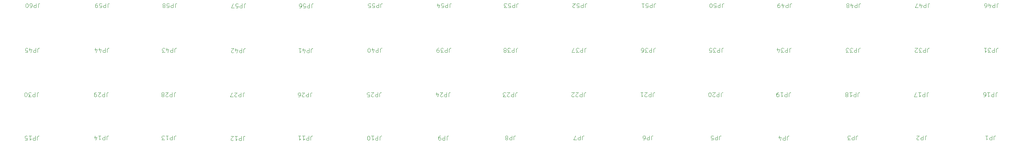
<source format=gbr>
%TF.GenerationSoftware,KiCad,Pcbnew,9.0.1*%
%TF.CreationDate,2025-11-02T10:53:36-06:00*%
%TF.ProjectId,OM-FlexGrid-Flex,4f4d2d46-6c65-4784-9772-69642d466c65,rev?*%
%TF.SameCoordinates,Original*%
%TF.FileFunction,Legend,Top*%
%TF.FilePolarity,Positive*%
%FSLAX46Y46*%
G04 Gerber Fmt 4.6, Leading zero omitted, Abs format (unit mm)*
G04 Created by KiCad (PCBNEW 9.0.1) date 2025-11-02 10:53:36*
%MOMM*%
%LPD*%
G01*
G04 APERTURE LIST*
%ADD10C,0.100000*%
G04 APERTURE END LIST*
D10*
X79319787Y-130496093D02*
X79319787Y-129781808D01*
X79319787Y-129781808D02*
X79367406Y-129638951D01*
X79367406Y-129638951D02*
X79462644Y-129543713D01*
X79462644Y-129543713D02*
X79605501Y-129496093D01*
X79605501Y-129496093D02*
X79700739Y-129496093D01*
X78843596Y-129496093D02*
X78843596Y-130496093D01*
X78843596Y-130496093D02*
X78462644Y-130496093D01*
X78462644Y-130496093D02*
X78367406Y-130448474D01*
X78367406Y-130448474D02*
X78319787Y-130400855D01*
X78319787Y-130400855D02*
X78272168Y-130305617D01*
X78272168Y-130305617D02*
X78272168Y-130162760D01*
X78272168Y-130162760D02*
X78319787Y-130067522D01*
X78319787Y-130067522D02*
X78367406Y-130019903D01*
X78367406Y-130019903D02*
X78462644Y-129972284D01*
X78462644Y-129972284D02*
X78843596Y-129972284D01*
X77319787Y-129496093D02*
X77891215Y-129496093D01*
X77605501Y-129496093D02*
X77605501Y-130496093D01*
X77605501Y-130496093D02*
X77700739Y-130353236D01*
X77700739Y-130353236D02*
X77795977Y-130257998D01*
X77795977Y-130257998D02*
X77891215Y-130210379D01*
X76938834Y-130400855D02*
X76891215Y-130448474D01*
X76891215Y-130448474D02*
X76795977Y-130496093D01*
X76795977Y-130496093D02*
X76557882Y-130496093D01*
X76557882Y-130496093D02*
X76462644Y-130448474D01*
X76462644Y-130448474D02*
X76415025Y-130400855D01*
X76415025Y-130400855D02*
X76367406Y-130305617D01*
X76367406Y-130305617D02*
X76367406Y-130210379D01*
X76367406Y-130210379D02*
X76415025Y-130067522D01*
X76415025Y-130067522D02*
X76986453Y-129496093D01*
X76986453Y-129496093D02*
X76367406Y-129496093D01*
X144151847Y-98892580D02*
X144151847Y-98178295D01*
X144151847Y-98178295D02*
X144199466Y-98035438D01*
X144199466Y-98035438D02*
X144294704Y-97940200D01*
X144294704Y-97940200D02*
X144437561Y-97892580D01*
X144437561Y-97892580D02*
X144532799Y-97892580D01*
X143675656Y-97892580D02*
X143675656Y-98892580D01*
X143675656Y-98892580D02*
X143294704Y-98892580D01*
X143294704Y-98892580D02*
X143199466Y-98844961D01*
X143199466Y-98844961D02*
X143151847Y-98797342D01*
X143151847Y-98797342D02*
X143104228Y-98702104D01*
X143104228Y-98702104D02*
X143104228Y-98559247D01*
X143104228Y-98559247D02*
X143151847Y-98464009D01*
X143151847Y-98464009D02*
X143199466Y-98416390D01*
X143199466Y-98416390D02*
X143294704Y-98368771D01*
X143294704Y-98368771D02*
X143675656Y-98368771D01*
X142199466Y-98892580D02*
X142675656Y-98892580D01*
X142675656Y-98892580D02*
X142723275Y-98416390D01*
X142723275Y-98416390D02*
X142675656Y-98464009D01*
X142675656Y-98464009D02*
X142580418Y-98511628D01*
X142580418Y-98511628D02*
X142342323Y-98511628D01*
X142342323Y-98511628D02*
X142247085Y-98464009D01*
X142247085Y-98464009D02*
X142199466Y-98416390D01*
X142199466Y-98416390D02*
X142151847Y-98321152D01*
X142151847Y-98321152D02*
X142151847Y-98083057D01*
X142151847Y-98083057D02*
X142199466Y-97987819D01*
X142199466Y-97987819D02*
X142247085Y-97940200D01*
X142247085Y-97940200D02*
X142342323Y-97892580D01*
X142342323Y-97892580D02*
X142580418Y-97892580D01*
X142580418Y-97892580D02*
X142675656Y-97940200D01*
X142675656Y-97940200D02*
X142723275Y-97987819D01*
X141818513Y-98892580D02*
X141199466Y-98892580D01*
X141199466Y-98892580D02*
X141532799Y-98511628D01*
X141532799Y-98511628D02*
X141389942Y-98511628D01*
X141389942Y-98511628D02*
X141294704Y-98464009D01*
X141294704Y-98464009D02*
X141247085Y-98416390D01*
X141247085Y-98416390D02*
X141199466Y-98321152D01*
X141199466Y-98321152D02*
X141199466Y-98083057D01*
X141199466Y-98083057D02*
X141247085Y-97987819D01*
X141247085Y-97987819D02*
X141294704Y-97940200D01*
X141294704Y-97940200D02*
X141389942Y-97892580D01*
X141389942Y-97892580D02*
X141675656Y-97892580D01*
X141675656Y-97892580D02*
X141770894Y-97940200D01*
X141770894Y-97940200D02*
X141818513Y-97987819D01*
X95512111Y-98954102D02*
X95512111Y-98239817D01*
X95512111Y-98239817D02*
X95559730Y-98096960D01*
X95559730Y-98096960D02*
X95654968Y-98001722D01*
X95654968Y-98001722D02*
X95797825Y-97954102D01*
X95797825Y-97954102D02*
X95893063Y-97954102D01*
X95035920Y-97954102D02*
X95035920Y-98954102D01*
X95035920Y-98954102D02*
X94654968Y-98954102D01*
X94654968Y-98954102D02*
X94559730Y-98906483D01*
X94559730Y-98906483D02*
X94512111Y-98858864D01*
X94512111Y-98858864D02*
X94464492Y-98763626D01*
X94464492Y-98763626D02*
X94464492Y-98620769D01*
X94464492Y-98620769D02*
X94512111Y-98525531D01*
X94512111Y-98525531D02*
X94559730Y-98477912D01*
X94559730Y-98477912D02*
X94654968Y-98430293D01*
X94654968Y-98430293D02*
X95035920Y-98430293D01*
X93559730Y-98954102D02*
X94035920Y-98954102D01*
X94035920Y-98954102D02*
X94083539Y-98477912D01*
X94083539Y-98477912D02*
X94035920Y-98525531D01*
X94035920Y-98525531D02*
X93940682Y-98573150D01*
X93940682Y-98573150D02*
X93702587Y-98573150D01*
X93702587Y-98573150D02*
X93607349Y-98525531D01*
X93607349Y-98525531D02*
X93559730Y-98477912D01*
X93559730Y-98477912D02*
X93512111Y-98382674D01*
X93512111Y-98382674D02*
X93512111Y-98144579D01*
X93512111Y-98144579D02*
X93559730Y-98049341D01*
X93559730Y-98049341D02*
X93607349Y-98001722D01*
X93607349Y-98001722D02*
X93702587Y-97954102D01*
X93702587Y-97954102D02*
X93940682Y-97954102D01*
X93940682Y-97954102D02*
X94035920Y-98001722D01*
X94035920Y-98001722D02*
X94083539Y-98049341D01*
X92654968Y-98954102D02*
X92845444Y-98954102D01*
X92845444Y-98954102D02*
X92940682Y-98906483D01*
X92940682Y-98906483D02*
X92988301Y-98858864D01*
X92988301Y-98858864D02*
X93083539Y-98716007D01*
X93083539Y-98716007D02*
X93131158Y-98525531D01*
X93131158Y-98525531D02*
X93131158Y-98144579D01*
X93131158Y-98144579D02*
X93083539Y-98049341D01*
X93083539Y-98049341D02*
X93035920Y-98001722D01*
X93035920Y-98001722D02*
X92940682Y-97954102D01*
X92940682Y-97954102D02*
X92750206Y-97954102D01*
X92750206Y-97954102D02*
X92654968Y-98001722D01*
X92654968Y-98001722D02*
X92607349Y-98049341D01*
X92607349Y-98049341D02*
X92559730Y-98144579D01*
X92559730Y-98144579D02*
X92559730Y-98382674D01*
X92559730Y-98382674D02*
X92607349Y-98477912D01*
X92607349Y-98477912D02*
X92654968Y-98525531D01*
X92654968Y-98525531D02*
X92750206Y-98573150D01*
X92750206Y-98573150D02*
X92940682Y-98573150D01*
X92940682Y-98573150D02*
X93035920Y-98525531D01*
X93035920Y-98525531D02*
X93083539Y-98477912D01*
X93083539Y-98477912D02*
X93131158Y-98382674D01*
X258069787Y-98892580D02*
X258069787Y-98178295D01*
X258069787Y-98178295D02*
X258117406Y-98035438D01*
X258117406Y-98035438D02*
X258212644Y-97940200D01*
X258212644Y-97940200D02*
X258355501Y-97892580D01*
X258355501Y-97892580D02*
X258450739Y-97892580D01*
X257593596Y-97892580D02*
X257593596Y-98892580D01*
X257593596Y-98892580D02*
X257212644Y-98892580D01*
X257212644Y-98892580D02*
X257117406Y-98844961D01*
X257117406Y-98844961D02*
X257069787Y-98797342D01*
X257069787Y-98797342D02*
X257022168Y-98702104D01*
X257022168Y-98702104D02*
X257022168Y-98559247D01*
X257022168Y-98559247D02*
X257069787Y-98464009D01*
X257069787Y-98464009D02*
X257117406Y-98416390D01*
X257117406Y-98416390D02*
X257212644Y-98368771D01*
X257212644Y-98368771D02*
X257593596Y-98368771D01*
X256165025Y-98559247D02*
X256165025Y-97892580D01*
X256403120Y-98940200D02*
X256641215Y-98225914D01*
X256641215Y-98225914D02*
X256022168Y-98225914D01*
X255212644Y-98892580D02*
X255403120Y-98892580D01*
X255403120Y-98892580D02*
X255498358Y-98844961D01*
X255498358Y-98844961D02*
X255545977Y-98797342D01*
X255545977Y-98797342D02*
X255641215Y-98654485D01*
X255641215Y-98654485D02*
X255688834Y-98464009D01*
X255688834Y-98464009D02*
X255688834Y-98083057D01*
X255688834Y-98083057D02*
X255641215Y-97987819D01*
X255641215Y-97987819D02*
X255593596Y-97940200D01*
X255593596Y-97940200D02*
X255498358Y-97892580D01*
X255498358Y-97892580D02*
X255307882Y-97892580D01*
X255307882Y-97892580D02*
X255212644Y-97940200D01*
X255212644Y-97940200D02*
X255165025Y-97987819D01*
X255165025Y-97987819D02*
X255117406Y-98083057D01*
X255117406Y-98083057D02*
X255117406Y-98321152D01*
X255117406Y-98321152D02*
X255165025Y-98416390D01*
X255165025Y-98416390D02*
X255212644Y-98464009D01*
X255212644Y-98464009D02*
X255307882Y-98511628D01*
X255307882Y-98511628D02*
X255498358Y-98511628D01*
X255498358Y-98511628D02*
X255593596Y-98464009D01*
X255593596Y-98464009D02*
X255641215Y-98416390D01*
X255641215Y-98416390D02*
X255688834Y-98321152D01*
X160291583Y-109542580D02*
X160291583Y-108828295D01*
X160291583Y-108828295D02*
X160339202Y-108685438D01*
X160339202Y-108685438D02*
X160434440Y-108590200D01*
X160434440Y-108590200D02*
X160577297Y-108542580D01*
X160577297Y-108542580D02*
X160672535Y-108542580D01*
X159815392Y-108542580D02*
X159815392Y-109542580D01*
X159815392Y-109542580D02*
X159434440Y-109542580D01*
X159434440Y-109542580D02*
X159339202Y-109494961D01*
X159339202Y-109494961D02*
X159291583Y-109447342D01*
X159291583Y-109447342D02*
X159243964Y-109352104D01*
X159243964Y-109352104D02*
X159243964Y-109209247D01*
X159243964Y-109209247D02*
X159291583Y-109114009D01*
X159291583Y-109114009D02*
X159339202Y-109066390D01*
X159339202Y-109066390D02*
X159434440Y-109018771D01*
X159434440Y-109018771D02*
X159815392Y-109018771D01*
X158910630Y-109542580D02*
X158291583Y-109542580D01*
X158291583Y-109542580D02*
X158624916Y-109161628D01*
X158624916Y-109161628D02*
X158482059Y-109161628D01*
X158482059Y-109161628D02*
X158386821Y-109114009D01*
X158386821Y-109114009D02*
X158339202Y-109066390D01*
X158339202Y-109066390D02*
X158291583Y-108971152D01*
X158291583Y-108971152D02*
X158291583Y-108733057D01*
X158291583Y-108733057D02*
X158339202Y-108637819D01*
X158339202Y-108637819D02*
X158386821Y-108590200D01*
X158386821Y-108590200D02*
X158482059Y-108542580D01*
X158482059Y-108542580D02*
X158767773Y-108542580D01*
X158767773Y-108542580D02*
X158863011Y-108590200D01*
X158863011Y-108590200D02*
X158910630Y-108637819D01*
X157958249Y-109542580D02*
X157291583Y-109542580D01*
X157291583Y-109542580D02*
X157720154Y-108542580D01*
X128151847Y-109542580D02*
X128151847Y-108828295D01*
X128151847Y-108828295D02*
X128199466Y-108685438D01*
X128199466Y-108685438D02*
X128294704Y-108590200D01*
X128294704Y-108590200D02*
X128437561Y-108542580D01*
X128437561Y-108542580D02*
X128532799Y-108542580D01*
X127675656Y-108542580D02*
X127675656Y-109542580D01*
X127675656Y-109542580D02*
X127294704Y-109542580D01*
X127294704Y-109542580D02*
X127199466Y-109494961D01*
X127199466Y-109494961D02*
X127151847Y-109447342D01*
X127151847Y-109447342D02*
X127104228Y-109352104D01*
X127104228Y-109352104D02*
X127104228Y-109209247D01*
X127104228Y-109209247D02*
X127151847Y-109114009D01*
X127151847Y-109114009D02*
X127199466Y-109066390D01*
X127199466Y-109066390D02*
X127294704Y-109018771D01*
X127294704Y-109018771D02*
X127675656Y-109018771D01*
X126770894Y-109542580D02*
X126151847Y-109542580D01*
X126151847Y-109542580D02*
X126485180Y-109161628D01*
X126485180Y-109161628D02*
X126342323Y-109161628D01*
X126342323Y-109161628D02*
X126247085Y-109114009D01*
X126247085Y-109114009D02*
X126199466Y-109066390D01*
X126199466Y-109066390D02*
X126151847Y-108971152D01*
X126151847Y-108971152D02*
X126151847Y-108733057D01*
X126151847Y-108733057D02*
X126199466Y-108637819D01*
X126199466Y-108637819D02*
X126247085Y-108590200D01*
X126247085Y-108590200D02*
X126342323Y-108542580D01*
X126342323Y-108542580D02*
X126628037Y-108542580D01*
X126628037Y-108542580D02*
X126723275Y-108590200D01*
X126723275Y-108590200D02*
X126770894Y-108637819D01*
X125675656Y-108542580D02*
X125485180Y-108542580D01*
X125485180Y-108542580D02*
X125389942Y-108590200D01*
X125389942Y-108590200D02*
X125342323Y-108637819D01*
X125342323Y-108637819D02*
X125247085Y-108780676D01*
X125247085Y-108780676D02*
X125199466Y-108971152D01*
X125199466Y-108971152D02*
X125199466Y-109352104D01*
X125199466Y-109352104D02*
X125247085Y-109447342D01*
X125247085Y-109447342D02*
X125294704Y-109494961D01*
X125294704Y-109494961D02*
X125389942Y-109542580D01*
X125389942Y-109542580D02*
X125580418Y-109542580D01*
X125580418Y-109542580D02*
X125675656Y-109494961D01*
X125675656Y-109494961D02*
X125723275Y-109447342D01*
X125723275Y-109447342D02*
X125770894Y-109352104D01*
X125770894Y-109352104D02*
X125770894Y-109114009D01*
X125770894Y-109114009D02*
X125723275Y-109018771D01*
X125723275Y-109018771D02*
X125675656Y-108971152D01*
X125675656Y-108971152D02*
X125580418Y-108923533D01*
X125580418Y-108923533D02*
X125389942Y-108923533D01*
X125389942Y-108923533D02*
X125294704Y-108971152D01*
X125294704Y-108971152D02*
X125247085Y-109018771D01*
X125247085Y-109018771D02*
X125199466Y-109114009D01*
X159733333Y-130388085D02*
X159733333Y-129673800D01*
X159733333Y-129673800D02*
X159780952Y-129530943D01*
X159780952Y-129530943D02*
X159876190Y-129435705D01*
X159876190Y-129435705D02*
X160019047Y-129388085D01*
X160019047Y-129388085D02*
X160114285Y-129388085D01*
X159257142Y-129388085D02*
X159257142Y-130388085D01*
X159257142Y-130388085D02*
X158876190Y-130388085D01*
X158876190Y-130388085D02*
X158780952Y-130340466D01*
X158780952Y-130340466D02*
X158733333Y-130292847D01*
X158733333Y-130292847D02*
X158685714Y-130197609D01*
X158685714Y-130197609D02*
X158685714Y-130054752D01*
X158685714Y-130054752D02*
X158733333Y-129959514D01*
X158733333Y-129959514D02*
X158780952Y-129911895D01*
X158780952Y-129911895D02*
X158876190Y-129864276D01*
X158876190Y-129864276D02*
X159257142Y-129864276D01*
X158352380Y-130388085D02*
X157685714Y-130388085D01*
X157685714Y-130388085D02*
X158114285Y-129388085D01*
X46959523Y-130388085D02*
X46959523Y-129673800D01*
X46959523Y-129673800D02*
X47007142Y-129530943D01*
X47007142Y-129530943D02*
X47102380Y-129435705D01*
X47102380Y-129435705D02*
X47245237Y-129388085D01*
X47245237Y-129388085D02*
X47340475Y-129388085D01*
X46483332Y-129388085D02*
X46483332Y-130388085D01*
X46483332Y-130388085D02*
X46102380Y-130388085D01*
X46102380Y-130388085D02*
X46007142Y-130340466D01*
X46007142Y-130340466D02*
X45959523Y-130292847D01*
X45959523Y-130292847D02*
X45911904Y-130197609D01*
X45911904Y-130197609D02*
X45911904Y-130054752D01*
X45911904Y-130054752D02*
X45959523Y-129959514D01*
X45959523Y-129959514D02*
X46007142Y-129911895D01*
X46007142Y-129911895D02*
X46102380Y-129864276D01*
X46102380Y-129864276D02*
X46483332Y-129864276D01*
X44959523Y-129388085D02*
X45530951Y-129388085D01*
X45245237Y-129388085D02*
X45245237Y-130388085D01*
X45245237Y-130388085D02*
X45340475Y-130245228D01*
X45340475Y-130245228D02*
X45435713Y-130149990D01*
X45435713Y-130149990D02*
X45530951Y-130102371D01*
X44102380Y-130054752D02*
X44102380Y-129388085D01*
X44340475Y-130435705D02*
X44578570Y-129721419D01*
X44578570Y-129721419D02*
X43959523Y-129721419D01*
X208890294Y-109542580D02*
X208890294Y-108828295D01*
X208890294Y-108828295D02*
X208937913Y-108685438D01*
X208937913Y-108685438D02*
X209033151Y-108590200D01*
X209033151Y-108590200D02*
X209176008Y-108542580D01*
X209176008Y-108542580D02*
X209271246Y-108542580D01*
X208414103Y-108542580D02*
X208414103Y-109542580D01*
X208414103Y-109542580D02*
X208033151Y-109542580D01*
X208033151Y-109542580D02*
X207937913Y-109494961D01*
X207937913Y-109494961D02*
X207890294Y-109447342D01*
X207890294Y-109447342D02*
X207842675Y-109352104D01*
X207842675Y-109352104D02*
X207842675Y-109209247D01*
X207842675Y-109209247D02*
X207890294Y-109114009D01*
X207890294Y-109114009D02*
X207937913Y-109066390D01*
X207937913Y-109066390D02*
X208033151Y-109018771D01*
X208033151Y-109018771D02*
X208414103Y-109018771D01*
X207509341Y-109542580D02*
X206890294Y-109542580D01*
X206890294Y-109542580D02*
X207223627Y-109161628D01*
X207223627Y-109161628D02*
X207080770Y-109161628D01*
X207080770Y-109161628D02*
X206985532Y-109114009D01*
X206985532Y-109114009D02*
X206937913Y-109066390D01*
X206937913Y-109066390D02*
X206890294Y-108971152D01*
X206890294Y-108971152D02*
X206890294Y-108733057D01*
X206890294Y-108733057D02*
X206937913Y-108637819D01*
X206937913Y-108637819D02*
X206985532Y-108590200D01*
X206985532Y-108590200D02*
X207080770Y-108542580D01*
X207080770Y-108542580D02*
X207366484Y-108542580D01*
X207366484Y-108542580D02*
X207461722Y-108590200D01*
X207461722Y-108590200D02*
X207509341Y-108637819D01*
X206033151Y-109209247D02*
X206033151Y-108542580D01*
X206271246Y-109590200D02*
X206509341Y-108875914D01*
X206509341Y-108875914D02*
X205890294Y-108875914D01*
X62959523Y-130388085D02*
X62959523Y-129673800D01*
X62959523Y-129673800D02*
X63007142Y-129530943D01*
X63007142Y-129530943D02*
X63102380Y-129435705D01*
X63102380Y-129435705D02*
X63245237Y-129388085D01*
X63245237Y-129388085D02*
X63340475Y-129388085D01*
X62483332Y-129388085D02*
X62483332Y-130388085D01*
X62483332Y-130388085D02*
X62102380Y-130388085D01*
X62102380Y-130388085D02*
X62007142Y-130340466D01*
X62007142Y-130340466D02*
X61959523Y-130292847D01*
X61959523Y-130292847D02*
X61911904Y-130197609D01*
X61911904Y-130197609D02*
X61911904Y-130054752D01*
X61911904Y-130054752D02*
X61959523Y-129959514D01*
X61959523Y-129959514D02*
X62007142Y-129911895D01*
X62007142Y-129911895D02*
X62102380Y-129864276D01*
X62102380Y-129864276D02*
X62483332Y-129864276D01*
X60959523Y-129388085D02*
X61530951Y-129388085D01*
X61245237Y-129388085D02*
X61245237Y-130388085D01*
X61245237Y-130388085D02*
X61340475Y-130245228D01*
X61340475Y-130245228D02*
X61435713Y-130149990D01*
X61435713Y-130149990D02*
X61530951Y-130102371D01*
X60626189Y-130388085D02*
X60007142Y-130388085D01*
X60007142Y-130388085D02*
X60340475Y-130007133D01*
X60340475Y-130007133D02*
X60197618Y-130007133D01*
X60197618Y-130007133D02*
X60102380Y-129959514D01*
X60102380Y-129959514D02*
X60054761Y-129911895D01*
X60054761Y-129911895D02*
X60007142Y-129816657D01*
X60007142Y-129816657D02*
X60007142Y-129578562D01*
X60007142Y-129578562D02*
X60054761Y-129483324D01*
X60054761Y-129483324D02*
X60102380Y-129435705D01*
X60102380Y-129435705D02*
X60197618Y-129388085D01*
X60197618Y-129388085D02*
X60483332Y-129388085D01*
X60483332Y-129388085D02*
X60578570Y-129435705D01*
X60578570Y-129435705D02*
X60626189Y-129483324D01*
X241603113Y-109542580D02*
X241603113Y-108828295D01*
X241603113Y-108828295D02*
X241650732Y-108685438D01*
X241650732Y-108685438D02*
X241745970Y-108590200D01*
X241745970Y-108590200D02*
X241888827Y-108542580D01*
X241888827Y-108542580D02*
X241984065Y-108542580D01*
X241126922Y-108542580D02*
X241126922Y-109542580D01*
X241126922Y-109542580D02*
X240745970Y-109542580D01*
X240745970Y-109542580D02*
X240650732Y-109494961D01*
X240650732Y-109494961D02*
X240603113Y-109447342D01*
X240603113Y-109447342D02*
X240555494Y-109352104D01*
X240555494Y-109352104D02*
X240555494Y-109209247D01*
X240555494Y-109209247D02*
X240603113Y-109114009D01*
X240603113Y-109114009D02*
X240650732Y-109066390D01*
X240650732Y-109066390D02*
X240745970Y-109018771D01*
X240745970Y-109018771D02*
X241126922Y-109018771D01*
X240222160Y-109542580D02*
X239603113Y-109542580D01*
X239603113Y-109542580D02*
X239936446Y-109161628D01*
X239936446Y-109161628D02*
X239793589Y-109161628D01*
X239793589Y-109161628D02*
X239698351Y-109114009D01*
X239698351Y-109114009D02*
X239650732Y-109066390D01*
X239650732Y-109066390D02*
X239603113Y-108971152D01*
X239603113Y-108971152D02*
X239603113Y-108733057D01*
X239603113Y-108733057D02*
X239650732Y-108637819D01*
X239650732Y-108637819D02*
X239698351Y-108590200D01*
X239698351Y-108590200D02*
X239793589Y-108542580D01*
X239793589Y-108542580D02*
X240079303Y-108542580D01*
X240079303Y-108542580D02*
X240174541Y-108590200D01*
X240174541Y-108590200D02*
X240222160Y-108637819D01*
X239222160Y-109447342D02*
X239174541Y-109494961D01*
X239174541Y-109494961D02*
X239079303Y-109542580D01*
X239079303Y-109542580D02*
X238841208Y-109542580D01*
X238841208Y-109542580D02*
X238745970Y-109494961D01*
X238745970Y-109494961D02*
X238698351Y-109447342D01*
X238698351Y-109447342D02*
X238650732Y-109352104D01*
X238650732Y-109352104D02*
X238650732Y-109256866D01*
X238650732Y-109256866D02*
X238698351Y-109114009D01*
X238698351Y-109114009D02*
X239269779Y-108542580D01*
X239269779Y-108542580D02*
X238650732Y-108542580D01*
X241460789Y-120083362D02*
X241460789Y-119369077D01*
X241460789Y-119369077D02*
X241508408Y-119226220D01*
X241508408Y-119226220D02*
X241603646Y-119130982D01*
X241603646Y-119130982D02*
X241746503Y-119083362D01*
X241746503Y-119083362D02*
X241841741Y-119083362D01*
X240984598Y-119083362D02*
X240984598Y-120083362D01*
X240984598Y-120083362D02*
X240603646Y-120083362D01*
X240603646Y-120083362D02*
X240508408Y-120035743D01*
X240508408Y-120035743D02*
X240460789Y-119988124D01*
X240460789Y-119988124D02*
X240413170Y-119892886D01*
X240413170Y-119892886D02*
X240413170Y-119750029D01*
X240413170Y-119750029D02*
X240460789Y-119654791D01*
X240460789Y-119654791D02*
X240508408Y-119607172D01*
X240508408Y-119607172D02*
X240603646Y-119559553D01*
X240603646Y-119559553D02*
X240984598Y-119559553D01*
X239460789Y-119083362D02*
X240032217Y-119083362D01*
X239746503Y-119083362D02*
X239746503Y-120083362D01*
X239746503Y-120083362D02*
X239841741Y-119940505D01*
X239841741Y-119940505D02*
X239936979Y-119845267D01*
X239936979Y-119845267D02*
X240032217Y-119797648D01*
X239127455Y-120083362D02*
X238460789Y-120083362D01*
X238460789Y-120083362D02*
X238889360Y-119083362D01*
X63151847Y-98892580D02*
X63151847Y-98178295D01*
X63151847Y-98178295D02*
X63199466Y-98035438D01*
X63199466Y-98035438D02*
X63294704Y-97940200D01*
X63294704Y-97940200D02*
X63437561Y-97892580D01*
X63437561Y-97892580D02*
X63532799Y-97892580D01*
X62675656Y-97892580D02*
X62675656Y-98892580D01*
X62675656Y-98892580D02*
X62294704Y-98892580D01*
X62294704Y-98892580D02*
X62199466Y-98844961D01*
X62199466Y-98844961D02*
X62151847Y-98797342D01*
X62151847Y-98797342D02*
X62104228Y-98702104D01*
X62104228Y-98702104D02*
X62104228Y-98559247D01*
X62104228Y-98559247D02*
X62151847Y-98464009D01*
X62151847Y-98464009D02*
X62199466Y-98416390D01*
X62199466Y-98416390D02*
X62294704Y-98368771D01*
X62294704Y-98368771D02*
X62675656Y-98368771D01*
X61199466Y-98892580D02*
X61675656Y-98892580D01*
X61675656Y-98892580D02*
X61723275Y-98416390D01*
X61723275Y-98416390D02*
X61675656Y-98464009D01*
X61675656Y-98464009D02*
X61580418Y-98511628D01*
X61580418Y-98511628D02*
X61342323Y-98511628D01*
X61342323Y-98511628D02*
X61247085Y-98464009D01*
X61247085Y-98464009D02*
X61199466Y-98416390D01*
X61199466Y-98416390D02*
X61151847Y-98321152D01*
X61151847Y-98321152D02*
X61151847Y-98083057D01*
X61151847Y-98083057D02*
X61199466Y-97987819D01*
X61199466Y-97987819D02*
X61247085Y-97940200D01*
X61247085Y-97940200D02*
X61342323Y-97892580D01*
X61342323Y-97892580D02*
X61580418Y-97892580D01*
X61580418Y-97892580D02*
X61675656Y-97940200D01*
X61675656Y-97940200D02*
X61723275Y-97987819D01*
X60580418Y-98464009D02*
X60675656Y-98511628D01*
X60675656Y-98511628D02*
X60723275Y-98559247D01*
X60723275Y-98559247D02*
X60770894Y-98654485D01*
X60770894Y-98654485D02*
X60770894Y-98702104D01*
X60770894Y-98702104D02*
X60723275Y-98797342D01*
X60723275Y-98797342D02*
X60675656Y-98844961D01*
X60675656Y-98844961D02*
X60580418Y-98892580D01*
X60580418Y-98892580D02*
X60389942Y-98892580D01*
X60389942Y-98892580D02*
X60294704Y-98844961D01*
X60294704Y-98844961D02*
X60247085Y-98797342D01*
X60247085Y-98797342D02*
X60199466Y-98702104D01*
X60199466Y-98702104D02*
X60199466Y-98654485D01*
X60199466Y-98654485D02*
X60247085Y-98559247D01*
X60247085Y-98559247D02*
X60294704Y-98511628D01*
X60294704Y-98511628D02*
X60389942Y-98464009D01*
X60389942Y-98464009D02*
X60580418Y-98464009D01*
X60580418Y-98464009D02*
X60675656Y-98416390D01*
X60675656Y-98416390D02*
X60723275Y-98368771D01*
X60723275Y-98368771D02*
X60770894Y-98273533D01*
X60770894Y-98273533D02*
X60770894Y-98083057D01*
X60770894Y-98083057D02*
X60723275Y-97987819D01*
X60723275Y-97987819D02*
X60675656Y-97940200D01*
X60675656Y-97940200D02*
X60580418Y-97892580D01*
X60580418Y-97892580D02*
X60389942Y-97892580D01*
X60389942Y-97892580D02*
X60294704Y-97940200D01*
X60294704Y-97940200D02*
X60247085Y-97987819D01*
X60247085Y-97987819D02*
X60199466Y-98083057D01*
X60199466Y-98083057D02*
X60199466Y-98273533D01*
X60199466Y-98273533D02*
X60247085Y-98368771D01*
X60247085Y-98368771D02*
X60294704Y-98416390D01*
X60294704Y-98416390D02*
X60389942Y-98464009D01*
X176093597Y-130388085D02*
X176093597Y-129673800D01*
X176093597Y-129673800D02*
X176141216Y-129530943D01*
X176141216Y-129530943D02*
X176236454Y-129435705D01*
X176236454Y-129435705D02*
X176379311Y-129388085D01*
X176379311Y-129388085D02*
X176474549Y-129388085D01*
X175617406Y-129388085D02*
X175617406Y-130388085D01*
X175617406Y-130388085D02*
X175236454Y-130388085D01*
X175236454Y-130388085D02*
X175141216Y-130340466D01*
X175141216Y-130340466D02*
X175093597Y-130292847D01*
X175093597Y-130292847D02*
X175045978Y-130197609D01*
X175045978Y-130197609D02*
X175045978Y-130054752D01*
X175045978Y-130054752D02*
X175093597Y-129959514D01*
X175093597Y-129959514D02*
X175141216Y-129911895D01*
X175141216Y-129911895D02*
X175236454Y-129864276D01*
X175236454Y-129864276D02*
X175617406Y-129864276D01*
X174188835Y-130388085D02*
X174379311Y-130388085D01*
X174379311Y-130388085D02*
X174474549Y-130340466D01*
X174474549Y-130340466D02*
X174522168Y-130292847D01*
X174522168Y-130292847D02*
X174617406Y-130149990D01*
X174617406Y-130149990D02*
X174665025Y-129959514D01*
X174665025Y-129959514D02*
X174665025Y-129578562D01*
X174665025Y-129578562D02*
X174617406Y-129483324D01*
X174617406Y-129483324D02*
X174569787Y-129435705D01*
X174569787Y-129435705D02*
X174474549Y-129388085D01*
X174474549Y-129388085D02*
X174284073Y-129388085D01*
X174284073Y-129388085D02*
X174188835Y-129435705D01*
X174188835Y-129435705D02*
X174141216Y-129483324D01*
X174141216Y-129483324D02*
X174093597Y-129578562D01*
X174093597Y-129578562D02*
X174093597Y-129816657D01*
X174093597Y-129816657D02*
X174141216Y-129911895D01*
X174141216Y-129911895D02*
X174188835Y-129959514D01*
X174188835Y-129959514D02*
X174284073Y-130007133D01*
X174284073Y-130007133D02*
X174474549Y-130007133D01*
X174474549Y-130007133D02*
X174569787Y-129959514D01*
X174569787Y-129959514D02*
X174617406Y-129911895D01*
X174617406Y-129911895D02*
X174665025Y-129816657D01*
X46899259Y-120083362D02*
X46899259Y-119369077D01*
X46899259Y-119369077D02*
X46946878Y-119226220D01*
X46946878Y-119226220D02*
X47042116Y-119130982D01*
X47042116Y-119130982D02*
X47184973Y-119083362D01*
X47184973Y-119083362D02*
X47280211Y-119083362D01*
X46423068Y-119083362D02*
X46423068Y-120083362D01*
X46423068Y-120083362D02*
X46042116Y-120083362D01*
X46042116Y-120083362D02*
X45946878Y-120035743D01*
X45946878Y-120035743D02*
X45899259Y-119988124D01*
X45899259Y-119988124D02*
X45851640Y-119892886D01*
X45851640Y-119892886D02*
X45851640Y-119750029D01*
X45851640Y-119750029D02*
X45899259Y-119654791D01*
X45899259Y-119654791D02*
X45946878Y-119607172D01*
X45946878Y-119607172D02*
X46042116Y-119559553D01*
X46042116Y-119559553D02*
X46423068Y-119559553D01*
X45470687Y-119988124D02*
X45423068Y-120035743D01*
X45423068Y-120035743D02*
X45327830Y-120083362D01*
X45327830Y-120083362D02*
X45089735Y-120083362D01*
X45089735Y-120083362D02*
X44994497Y-120035743D01*
X44994497Y-120035743D02*
X44946878Y-119988124D01*
X44946878Y-119988124D02*
X44899259Y-119892886D01*
X44899259Y-119892886D02*
X44899259Y-119797648D01*
X44899259Y-119797648D02*
X44946878Y-119654791D01*
X44946878Y-119654791D02*
X45518306Y-119083362D01*
X45518306Y-119083362D02*
X44899259Y-119083362D01*
X44423068Y-119083362D02*
X44232592Y-119083362D01*
X44232592Y-119083362D02*
X44137354Y-119130982D01*
X44137354Y-119130982D02*
X44089735Y-119178601D01*
X44089735Y-119178601D02*
X43994497Y-119321458D01*
X43994497Y-119321458D02*
X43946878Y-119511934D01*
X43946878Y-119511934D02*
X43946878Y-119892886D01*
X43946878Y-119892886D02*
X43994497Y-119988124D01*
X43994497Y-119988124D02*
X44042116Y-120035743D01*
X44042116Y-120035743D02*
X44137354Y-120083362D01*
X44137354Y-120083362D02*
X44327830Y-120083362D01*
X44327830Y-120083362D02*
X44423068Y-120035743D01*
X44423068Y-120035743D02*
X44470687Y-119988124D01*
X44470687Y-119988124D02*
X44518306Y-119892886D01*
X44518306Y-119892886D02*
X44518306Y-119654791D01*
X44518306Y-119654791D02*
X44470687Y-119559553D01*
X44470687Y-119559553D02*
X44423068Y-119511934D01*
X44423068Y-119511934D02*
X44327830Y-119464315D01*
X44327830Y-119464315D02*
X44137354Y-119464315D01*
X44137354Y-119464315D02*
X44042116Y-119511934D01*
X44042116Y-119511934D02*
X43994497Y-119559553D01*
X43994497Y-119559553D02*
X43946878Y-119654791D01*
X63041583Y-109542580D02*
X63041583Y-108828295D01*
X63041583Y-108828295D02*
X63089202Y-108685438D01*
X63089202Y-108685438D02*
X63184440Y-108590200D01*
X63184440Y-108590200D02*
X63327297Y-108542580D01*
X63327297Y-108542580D02*
X63422535Y-108542580D01*
X62565392Y-108542580D02*
X62565392Y-109542580D01*
X62565392Y-109542580D02*
X62184440Y-109542580D01*
X62184440Y-109542580D02*
X62089202Y-109494961D01*
X62089202Y-109494961D02*
X62041583Y-109447342D01*
X62041583Y-109447342D02*
X61993964Y-109352104D01*
X61993964Y-109352104D02*
X61993964Y-109209247D01*
X61993964Y-109209247D02*
X62041583Y-109114009D01*
X62041583Y-109114009D02*
X62089202Y-109066390D01*
X62089202Y-109066390D02*
X62184440Y-109018771D01*
X62184440Y-109018771D02*
X62565392Y-109018771D01*
X61136821Y-109209247D02*
X61136821Y-108542580D01*
X61374916Y-109590200D02*
X61613011Y-108875914D01*
X61613011Y-108875914D02*
X60993964Y-108875914D01*
X60708249Y-109542580D02*
X60089202Y-109542580D01*
X60089202Y-109542580D02*
X60422535Y-109161628D01*
X60422535Y-109161628D02*
X60279678Y-109161628D01*
X60279678Y-109161628D02*
X60184440Y-109114009D01*
X60184440Y-109114009D02*
X60136821Y-109066390D01*
X60136821Y-109066390D02*
X60089202Y-108971152D01*
X60089202Y-108971152D02*
X60089202Y-108733057D01*
X60089202Y-108733057D02*
X60136821Y-108637819D01*
X60136821Y-108637819D02*
X60184440Y-108590200D01*
X60184440Y-108590200D02*
X60279678Y-108542580D01*
X60279678Y-108542580D02*
X60565392Y-108542580D01*
X60565392Y-108542580D02*
X60660630Y-108590200D01*
X60660630Y-108590200D02*
X60708249Y-108637819D01*
X176509523Y-120083362D02*
X176509523Y-119369077D01*
X176509523Y-119369077D02*
X176557142Y-119226220D01*
X176557142Y-119226220D02*
X176652380Y-119130982D01*
X176652380Y-119130982D02*
X176795237Y-119083362D01*
X176795237Y-119083362D02*
X176890475Y-119083362D01*
X176033332Y-119083362D02*
X176033332Y-120083362D01*
X176033332Y-120083362D02*
X175652380Y-120083362D01*
X175652380Y-120083362D02*
X175557142Y-120035743D01*
X175557142Y-120035743D02*
X175509523Y-119988124D01*
X175509523Y-119988124D02*
X175461904Y-119892886D01*
X175461904Y-119892886D02*
X175461904Y-119750029D01*
X175461904Y-119750029D02*
X175509523Y-119654791D01*
X175509523Y-119654791D02*
X175557142Y-119607172D01*
X175557142Y-119607172D02*
X175652380Y-119559553D01*
X175652380Y-119559553D02*
X176033332Y-119559553D01*
X175080951Y-119988124D02*
X175033332Y-120035743D01*
X175033332Y-120035743D02*
X174938094Y-120083362D01*
X174938094Y-120083362D02*
X174699999Y-120083362D01*
X174699999Y-120083362D02*
X174604761Y-120035743D01*
X174604761Y-120035743D02*
X174557142Y-119988124D01*
X174557142Y-119988124D02*
X174509523Y-119892886D01*
X174509523Y-119892886D02*
X174509523Y-119797648D01*
X174509523Y-119797648D02*
X174557142Y-119654791D01*
X174557142Y-119654791D02*
X175128570Y-119083362D01*
X175128570Y-119083362D02*
X174509523Y-119083362D01*
X173557142Y-119083362D02*
X174128570Y-119083362D01*
X173842856Y-119083362D02*
X173842856Y-120083362D01*
X173842856Y-120083362D02*
X173938094Y-119940505D01*
X173938094Y-119940505D02*
X174033332Y-119845267D01*
X174033332Y-119845267D02*
X174128570Y-119797648D01*
X128262111Y-98892580D02*
X128262111Y-98178295D01*
X128262111Y-98178295D02*
X128309730Y-98035438D01*
X128309730Y-98035438D02*
X128404968Y-97940200D01*
X128404968Y-97940200D02*
X128547825Y-97892580D01*
X128547825Y-97892580D02*
X128643063Y-97892580D01*
X127785920Y-97892580D02*
X127785920Y-98892580D01*
X127785920Y-98892580D02*
X127404968Y-98892580D01*
X127404968Y-98892580D02*
X127309730Y-98844961D01*
X127309730Y-98844961D02*
X127262111Y-98797342D01*
X127262111Y-98797342D02*
X127214492Y-98702104D01*
X127214492Y-98702104D02*
X127214492Y-98559247D01*
X127214492Y-98559247D02*
X127262111Y-98464009D01*
X127262111Y-98464009D02*
X127309730Y-98416390D01*
X127309730Y-98416390D02*
X127404968Y-98368771D01*
X127404968Y-98368771D02*
X127785920Y-98368771D01*
X126309730Y-98892580D02*
X126785920Y-98892580D01*
X126785920Y-98892580D02*
X126833539Y-98416390D01*
X126833539Y-98416390D02*
X126785920Y-98464009D01*
X126785920Y-98464009D02*
X126690682Y-98511628D01*
X126690682Y-98511628D02*
X126452587Y-98511628D01*
X126452587Y-98511628D02*
X126357349Y-98464009D01*
X126357349Y-98464009D02*
X126309730Y-98416390D01*
X126309730Y-98416390D02*
X126262111Y-98321152D01*
X126262111Y-98321152D02*
X126262111Y-98083057D01*
X126262111Y-98083057D02*
X126309730Y-97987819D01*
X126309730Y-97987819D02*
X126357349Y-97940200D01*
X126357349Y-97940200D02*
X126452587Y-97892580D01*
X126452587Y-97892580D02*
X126690682Y-97892580D01*
X126690682Y-97892580D02*
X126785920Y-97940200D01*
X126785920Y-97940200D02*
X126833539Y-97987819D01*
X125404968Y-98559247D02*
X125404968Y-97892580D01*
X125643063Y-98940200D02*
X125881158Y-98225914D01*
X125881158Y-98225914D02*
X125262111Y-98225914D01*
X192649259Y-120083362D02*
X192649259Y-119369077D01*
X192649259Y-119369077D02*
X192696878Y-119226220D01*
X192696878Y-119226220D02*
X192792116Y-119130982D01*
X192792116Y-119130982D02*
X192934973Y-119083362D01*
X192934973Y-119083362D02*
X193030211Y-119083362D01*
X192173068Y-119083362D02*
X192173068Y-120083362D01*
X192173068Y-120083362D02*
X191792116Y-120083362D01*
X191792116Y-120083362D02*
X191696878Y-120035743D01*
X191696878Y-120035743D02*
X191649259Y-119988124D01*
X191649259Y-119988124D02*
X191601640Y-119892886D01*
X191601640Y-119892886D02*
X191601640Y-119750029D01*
X191601640Y-119750029D02*
X191649259Y-119654791D01*
X191649259Y-119654791D02*
X191696878Y-119607172D01*
X191696878Y-119607172D02*
X191792116Y-119559553D01*
X191792116Y-119559553D02*
X192173068Y-119559553D01*
X191220687Y-119988124D02*
X191173068Y-120035743D01*
X191173068Y-120035743D02*
X191077830Y-120083362D01*
X191077830Y-120083362D02*
X190839735Y-120083362D01*
X190839735Y-120083362D02*
X190744497Y-120035743D01*
X190744497Y-120035743D02*
X190696878Y-119988124D01*
X190696878Y-119988124D02*
X190649259Y-119892886D01*
X190649259Y-119892886D02*
X190649259Y-119797648D01*
X190649259Y-119797648D02*
X190696878Y-119654791D01*
X190696878Y-119654791D02*
X191268306Y-119083362D01*
X191268306Y-119083362D02*
X190649259Y-119083362D01*
X190030211Y-120083362D02*
X189934973Y-120083362D01*
X189934973Y-120083362D02*
X189839735Y-120035743D01*
X189839735Y-120035743D02*
X189792116Y-119988124D01*
X189792116Y-119988124D02*
X189744497Y-119892886D01*
X189744497Y-119892886D02*
X189696878Y-119702410D01*
X189696878Y-119702410D02*
X189696878Y-119464315D01*
X189696878Y-119464315D02*
X189744497Y-119273839D01*
X189744497Y-119273839D02*
X189792116Y-119178601D01*
X189792116Y-119178601D02*
X189839735Y-119130982D01*
X189839735Y-119130982D02*
X189934973Y-119083362D01*
X189934973Y-119083362D02*
X190030211Y-119083362D01*
X190030211Y-119083362D02*
X190125449Y-119130982D01*
X190125449Y-119130982D02*
X190173068Y-119178601D01*
X190173068Y-119178601D02*
X190220687Y-119273839D01*
X190220687Y-119273839D02*
X190268306Y-119464315D01*
X190268306Y-119464315D02*
X190268306Y-119702410D01*
X190268306Y-119702410D02*
X190220687Y-119892886D01*
X190220687Y-119892886D02*
X190173068Y-119988124D01*
X190173068Y-119988124D02*
X190125449Y-120035743D01*
X190125449Y-120035743D02*
X190030211Y-120083362D01*
X47041583Y-109542580D02*
X47041583Y-108828295D01*
X47041583Y-108828295D02*
X47089202Y-108685438D01*
X47089202Y-108685438D02*
X47184440Y-108590200D01*
X47184440Y-108590200D02*
X47327297Y-108542580D01*
X47327297Y-108542580D02*
X47422535Y-108542580D01*
X46565392Y-108542580D02*
X46565392Y-109542580D01*
X46565392Y-109542580D02*
X46184440Y-109542580D01*
X46184440Y-109542580D02*
X46089202Y-109494961D01*
X46089202Y-109494961D02*
X46041583Y-109447342D01*
X46041583Y-109447342D02*
X45993964Y-109352104D01*
X45993964Y-109352104D02*
X45993964Y-109209247D01*
X45993964Y-109209247D02*
X46041583Y-109114009D01*
X46041583Y-109114009D02*
X46089202Y-109066390D01*
X46089202Y-109066390D02*
X46184440Y-109018771D01*
X46184440Y-109018771D02*
X46565392Y-109018771D01*
X45136821Y-109209247D02*
X45136821Y-108542580D01*
X45374916Y-109590200D02*
X45613011Y-108875914D01*
X45613011Y-108875914D02*
X44993964Y-108875914D01*
X44184440Y-109209247D02*
X44184440Y-108542580D01*
X44422535Y-109590200D02*
X44660630Y-108875914D01*
X44660630Y-108875914D02*
X44041583Y-108875914D01*
X144041583Y-109542580D02*
X144041583Y-108828295D01*
X144041583Y-108828295D02*
X144089202Y-108685438D01*
X144089202Y-108685438D02*
X144184440Y-108590200D01*
X144184440Y-108590200D02*
X144327297Y-108542580D01*
X144327297Y-108542580D02*
X144422535Y-108542580D01*
X143565392Y-108542580D02*
X143565392Y-109542580D01*
X143565392Y-109542580D02*
X143184440Y-109542580D01*
X143184440Y-109542580D02*
X143089202Y-109494961D01*
X143089202Y-109494961D02*
X143041583Y-109447342D01*
X143041583Y-109447342D02*
X142993964Y-109352104D01*
X142993964Y-109352104D02*
X142993964Y-109209247D01*
X142993964Y-109209247D02*
X143041583Y-109114009D01*
X143041583Y-109114009D02*
X143089202Y-109066390D01*
X143089202Y-109066390D02*
X143184440Y-109018771D01*
X143184440Y-109018771D02*
X143565392Y-109018771D01*
X142660630Y-109542580D02*
X142041583Y-109542580D01*
X142041583Y-109542580D02*
X142374916Y-109161628D01*
X142374916Y-109161628D02*
X142232059Y-109161628D01*
X142232059Y-109161628D02*
X142136821Y-109114009D01*
X142136821Y-109114009D02*
X142089202Y-109066390D01*
X142089202Y-109066390D02*
X142041583Y-108971152D01*
X142041583Y-108971152D02*
X142041583Y-108733057D01*
X142041583Y-108733057D02*
X142089202Y-108637819D01*
X142089202Y-108637819D02*
X142136821Y-108590200D01*
X142136821Y-108590200D02*
X142232059Y-108542580D01*
X142232059Y-108542580D02*
X142517773Y-108542580D01*
X142517773Y-108542580D02*
X142613011Y-108590200D01*
X142613011Y-108590200D02*
X142660630Y-108637819D01*
X141470154Y-109114009D02*
X141565392Y-109161628D01*
X141565392Y-109161628D02*
X141613011Y-109209247D01*
X141613011Y-109209247D02*
X141660630Y-109304485D01*
X141660630Y-109304485D02*
X141660630Y-109352104D01*
X141660630Y-109352104D02*
X141613011Y-109447342D01*
X141613011Y-109447342D02*
X141565392Y-109494961D01*
X141565392Y-109494961D02*
X141470154Y-109542580D01*
X141470154Y-109542580D02*
X141279678Y-109542580D01*
X141279678Y-109542580D02*
X141184440Y-109494961D01*
X141184440Y-109494961D02*
X141136821Y-109447342D01*
X141136821Y-109447342D02*
X141089202Y-109352104D01*
X141089202Y-109352104D02*
X141089202Y-109304485D01*
X141089202Y-109304485D02*
X141136821Y-109209247D01*
X141136821Y-109209247D02*
X141184440Y-109161628D01*
X141184440Y-109161628D02*
X141279678Y-109114009D01*
X141279678Y-109114009D02*
X141470154Y-109114009D01*
X141470154Y-109114009D02*
X141565392Y-109066390D01*
X141565392Y-109066390D02*
X141613011Y-109018771D01*
X141613011Y-109018771D02*
X141660630Y-108923533D01*
X141660630Y-108923533D02*
X141660630Y-108733057D01*
X141660630Y-108733057D02*
X141613011Y-108637819D01*
X141613011Y-108637819D02*
X141565392Y-108590200D01*
X141565392Y-108590200D02*
X141470154Y-108542580D01*
X141470154Y-108542580D02*
X141279678Y-108542580D01*
X141279678Y-108542580D02*
X141184440Y-108590200D01*
X141184440Y-108590200D02*
X141136821Y-108637819D01*
X141136821Y-108637819D02*
X141089202Y-108733057D01*
X141089202Y-108733057D02*
X141089202Y-108923533D01*
X141089202Y-108923533D02*
X141136821Y-109018771D01*
X141136821Y-109018771D02*
X141184440Y-109066390D01*
X141184440Y-109066390D02*
X141279678Y-109114009D01*
X224688453Y-130388085D02*
X224688453Y-129673800D01*
X224688453Y-129673800D02*
X224736072Y-129530943D01*
X224736072Y-129530943D02*
X224831310Y-129435705D01*
X224831310Y-129435705D02*
X224974167Y-129388085D01*
X224974167Y-129388085D02*
X225069405Y-129388085D01*
X224212262Y-129388085D02*
X224212262Y-130388085D01*
X224212262Y-130388085D02*
X223831310Y-130388085D01*
X223831310Y-130388085D02*
X223736072Y-130340466D01*
X223736072Y-130340466D02*
X223688453Y-130292847D01*
X223688453Y-130292847D02*
X223640834Y-130197609D01*
X223640834Y-130197609D02*
X223640834Y-130054752D01*
X223640834Y-130054752D02*
X223688453Y-129959514D01*
X223688453Y-129959514D02*
X223736072Y-129911895D01*
X223736072Y-129911895D02*
X223831310Y-129864276D01*
X223831310Y-129864276D02*
X224212262Y-129864276D01*
X223307500Y-130388085D02*
X222688453Y-130388085D01*
X222688453Y-130388085D02*
X223021786Y-130007133D01*
X223021786Y-130007133D02*
X222878929Y-130007133D01*
X222878929Y-130007133D02*
X222783691Y-129959514D01*
X222783691Y-129959514D02*
X222736072Y-129911895D01*
X222736072Y-129911895D02*
X222688453Y-129816657D01*
X222688453Y-129816657D02*
X222688453Y-129578562D01*
X222688453Y-129578562D02*
X222736072Y-129483324D01*
X222736072Y-129483324D02*
X222783691Y-129435705D01*
X222783691Y-129435705D02*
X222878929Y-129388085D01*
X222878929Y-129388085D02*
X223164643Y-129388085D01*
X223164643Y-129388085D02*
X223259881Y-129435705D01*
X223259881Y-129435705D02*
X223307500Y-129483324D01*
X79512111Y-98951797D02*
X79512111Y-98237512D01*
X79512111Y-98237512D02*
X79559730Y-98094655D01*
X79559730Y-98094655D02*
X79654968Y-97999417D01*
X79654968Y-97999417D02*
X79797825Y-97951797D01*
X79797825Y-97951797D02*
X79893063Y-97951797D01*
X79035920Y-97951797D02*
X79035920Y-98951797D01*
X79035920Y-98951797D02*
X78654968Y-98951797D01*
X78654968Y-98951797D02*
X78559730Y-98904178D01*
X78559730Y-98904178D02*
X78512111Y-98856559D01*
X78512111Y-98856559D02*
X78464492Y-98761321D01*
X78464492Y-98761321D02*
X78464492Y-98618464D01*
X78464492Y-98618464D02*
X78512111Y-98523226D01*
X78512111Y-98523226D02*
X78559730Y-98475607D01*
X78559730Y-98475607D02*
X78654968Y-98427988D01*
X78654968Y-98427988D02*
X79035920Y-98427988D01*
X77559730Y-98951797D02*
X78035920Y-98951797D01*
X78035920Y-98951797D02*
X78083539Y-98475607D01*
X78083539Y-98475607D02*
X78035920Y-98523226D01*
X78035920Y-98523226D02*
X77940682Y-98570845D01*
X77940682Y-98570845D02*
X77702587Y-98570845D01*
X77702587Y-98570845D02*
X77607349Y-98523226D01*
X77607349Y-98523226D02*
X77559730Y-98475607D01*
X77559730Y-98475607D02*
X77512111Y-98380369D01*
X77512111Y-98380369D02*
X77512111Y-98142274D01*
X77512111Y-98142274D02*
X77559730Y-98047036D01*
X77559730Y-98047036D02*
X77607349Y-97999417D01*
X77607349Y-97999417D02*
X77702587Y-97951797D01*
X77702587Y-97951797D02*
X77940682Y-97951797D01*
X77940682Y-97951797D02*
X78035920Y-97999417D01*
X78035920Y-97999417D02*
X78083539Y-98047036D01*
X77178777Y-98951797D02*
X76512111Y-98951797D01*
X76512111Y-98951797D02*
X76940682Y-97951797D01*
X192901847Y-98892580D02*
X192901847Y-98178295D01*
X192901847Y-98178295D02*
X192949466Y-98035438D01*
X192949466Y-98035438D02*
X193044704Y-97940200D01*
X193044704Y-97940200D02*
X193187561Y-97892580D01*
X193187561Y-97892580D02*
X193282799Y-97892580D01*
X192425656Y-97892580D02*
X192425656Y-98892580D01*
X192425656Y-98892580D02*
X192044704Y-98892580D01*
X192044704Y-98892580D02*
X191949466Y-98844961D01*
X191949466Y-98844961D02*
X191901847Y-98797342D01*
X191901847Y-98797342D02*
X191854228Y-98702104D01*
X191854228Y-98702104D02*
X191854228Y-98559247D01*
X191854228Y-98559247D02*
X191901847Y-98464009D01*
X191901847Y-98464009D02*
X191949466Y-98416390D01*
X191949466Y-98416390D02*
X192044704Y-98368771D01*
X192044704Y-98368771D02*
X192425656Y-98368771D01*
X190949466Y-98892580D02*
X191425656Y-98892580D01*
X191425656Y-98892580D02*
X191473275Y-98416390D01*
X191473275Y-98416390D02*
X191425656Y-98464009D01*
X191425656Y-98464009D02*
X191330418Y-98511628D01*
X191330418Y-98511628D02*
X191092323Y-98511628D01*
X191092323Y-98511628D02*
X190997085Y-98464009D01*
X190997085Y-98464009D02*
X190949466Y-98416390D01*
X190949466Y-98416390D02*
X190901847Y-98321152D01*
X190901847Y-98321152D02*
X190901847Y-98083057D01*
X190901847Y-98083057D02*
X190949466Y-97987819D01*
X190949466Y-97987819D02*
X190997085Y-97940200D01*
X190997085Y-97940200D02*
X191092323Y-97892580D01*
X191092323Y-97892580D02*
X191330418Y-97892580D01*
X191330418Y-97892580D02*
X191425656Y-97940200D01*
X191425656Y-97940200D02*
X191473275Y-97987819D01*
X190282799Y-98892580D02*
X190187561Y-98892580D01*
X190187561Y-98892580D02*
X190092323Y-98844961D01*
X190092323Y-98844961D02*
X190044704Y-98797342D01*
X190044704Y-98797342D02*
X189997085Y-98702104D01*
X189997085Y-98702104D02*
X189949466Y-98511628D01*
X189949466Y-98511628D02*
X189949466Y-98273533D01*
X189949466Y-98273533D02*
X189997085Y-98083057D01*
X189997085Y-98083057D02*
X190044704Y-97987819D01*
X190044704Y-97987819D02*
X190092323Y-97940200D01*
X190092323Y-97940200D02*
X190187561Y-97892580D01*
X190187561Y-97892580D02*
X190282799Y-97892580D01*
X190282799Y-97892580D02*
X190378037Y-97940200D01*
X190378037Y-97940200D02*
X190425656Y-97987819D01*
X190425656Y-97987819D02*
X190473275Y-98083057D01*
X190473275Y-98083057D02*
X190520894Y-98273533D01*
X190520894Y-98273533D02*
X190520894Y-98511628D01*
X190520894Y-98511628D02*
X190473275Y-98702104D01*
X190473275Y-98702104D02*
X190425656Y-98797342D01*
X190425656Y-98797342D02*
X190378037Y-98844961D01*
X190378037Y-98844961D02*
X190282799Y-98892580D01*
X111649259Y-120083362D02*
X111649259Y-119369077D01*
X111649259Y-119369077D02*
X111696878Y-119226220D01*
X111696878Y-119226220D02*
X111792116Y-119130982D01*
X111792116Y-119130982D02*
X111934973Y-119083362D01*
X111934973Y-119083362D02*
X112030211Y-119083362D01*
X111173068Y-119083362D02*
X111173068Y-120083362D01*
X111173068Y-120083362D02*
X110792116Y-120083362D01*
X110792116Y-120083362D02*
X110696878Y-120035743D01*
X110696878Y-120035743D02*
X110649259Y-119988124D01*
X110649259Y-119988124D02*
X110601640Y-119892886D01*
X110601640Y-119892886D02*
X110601640Y-119750029D01*
X110601640Y-119750029D02*
X110649259Y-119654791D01*
X110649259Y-119654791D02*
X110696878Y-119607172D01*
X110696878Y-119607172D02*
X110792116Y-119559553D01*
X110792116Y-119559553D02*
X111173068Y-119559553D01*
X110220687Y-119988124D02*
X110173068Y-120035743D01*
X110173068Y-120035743D02*
X110077830Y-120083362D01*
X110077830Y-120083362D02*
X109839735Y-120083362D01*
X109839735Y-120083362D02*
X109744497Y-120035743D01*
X109744497Y-120035743D02*
X109696878Y-119988124D01*
X109696878Y-119988124D02*
X109649259Y-119892886D01*
X109649259Y-119892886D02*
X109649259Y-119797648D01*
X109649259Y-119797648D02*
X109696878Y-119654791D01*
X109696878Y-119654791D02*
X110268306Y-119083362D01*
X110268306Y-119083362D02*
X109649259Y-119083362D01*
X108744497Y-120083362D02*
X109220687Y-120083362D01*
X109220687Y-120083362D02*
X109268306Y-119607172D01*
X109268306Y-119607172D02*
X109220687Y-119654791D01*
X109220687Y-119654791D02*
X109125449Y-119702410D01*
X109125449Y-119702410D02*
X108887354Y-119702410D01*
X108887354Y-119702410D02*
X108792116Y-119654791D01*
X108792116Y-119654791D02*
X108744497Y-119607172D01*
X108744497Y-119607172D02*
X108696878Y-119511934D01*
X108696878Y-119511934D02*
X108696878Y-119273839D01*
X108696878Y-119273839D02*
X108744497Y-119178601D01*
X108744497Y-119178601D02*
X108792116Y-119130982D01*
X108792116Y-119130982D02*
X108887354Y-119083362D01*
X108887354Y-119083362D02*
X109125449Y-119083362D01*
X109125449Y-119083362D02*
X109220687Y-119130982D01*
X109220687Y-119130982D02*
X109268306Y-119178601D01*
X127593597Y-130436876D02*
X127593597Y-129722591D01*
X127593597Y-129722591D02*
X127641216Y-129579734D01*
X127641216Y-129579734D02*
X127736454Y-129484496D01*
X127736454Y-129484496D02*
X127879311Y-129436876D01*
X127879311Y-129436876D02*
X127974549Y-129436876D01*
X127117406Y-129436876D02*
X127117406Y-130436876D01*
X127117406Y-130436876D02*
X126736454Y-130436876D01*
X126736454Y-130436876D02*
X126641216Y-130389257D01*
X126641216Y-130389257D02*
X126593597Y-130341638D01*
X126593597Y-130341638D02*
X126545978Y-130246400D01*
X126545978Y-130246400D02*
X126545978Y-130103543D01*
X126545978Y-130103543D02*
X126593597Y-130008305D01*
X126593597Y-130008305D02*
X126641216Y-129960686D01*
X126641216Y-129960686D02*
X126736454Y-129913067D01*
X126736454Y-129913067D02*
X127117406Y-129913067D01*
X126069787Y-129436876D02*
X125879311Y-129436876D01*
X125879311Y-129436876D02*
X125784073Y-129484496D01*
X125784073Y-129484496D02*
X125736454Y-129532115D01*
X125736454Y-129532115D02*
X125641216Y-129674972D01*
X125641216Y-129674972D02*
X125593597Y-129865448D01*
X125593597Y-129865448D02*
X125593597Y-130246400D01*
X125593597Y-130246400D02*
X125641216Y-130341638D01*
X125641216Y-130341638D02*
X125688835Y-130389257D01*
X125688835Y-130389257D02*
X125784073Y-130436876D01*
X125784073Y-130436876D02*
X125974549Y-130436876D01*
X125974549Y-130436876D02*
X126069787Y-130389257D01*
X126069787Y-130389257D02*
X126117406Y-130341638D01*
X126117406Y-130341638D02*
X126165025Y-130246400D01*
X126165025Y-130246400D02*
X126165025Y-130008305D01*
X126165025Y-130008305D02*
X126117406Y-129913067D01*
X126117406Y-129913067D02*
X126069787Y-129865448D01*
X126069787Y-129865448D02*
X125974549Y-129817829D01*
X125974549Y-129817829D02*
X125784073Y-129817829D01*
X125784073Y-129817829D02*
X125688835Y-129865448D01*
X125688835Y-129865448D02*
X125641216Y-129913067D01*
X125641216Y-129913067D02*
X125593597Y-130008305D01*
X62899259Y-120083362D02*
X62899259Y-119369077D01*
X62899259Y-119369077D02*
X62946878Y-119226220D01*
X62946878Y-119226220D02*
X63042116Y-119130982D01*
X63042116Y-119130982D02*
X63184973Y-119083362D01*
X63184973Y-119083362D02*
X63280211Y-119083362D01*
X62423068Y-119083362D02*
X62423068Y-120083362D01*
X62423068Y-120083362D02*
X62042116Y-120083362D01*
X62042116Y-120083362D02*
X61946878Y-120035743D01*
X61946878Y-120035743D02*
X61899259Y-119988124D01*
X61899259Y-119988124D02*
X61851640Y-119892886D01*
X61851640Y-119892886D02*
X61851640Y-119750029D01*
X61851640Y-119750029D02*
X61899259Y-119654791D01*
X61899259Y-119654791D02*
X61946878Y-119607172D01*
X61946878Y-119607172D02*
X62042116Y-119559553D01*
X62042116Y-119559553D02*
X62423068Y-119559553D01*
X61470687Y-119988124D02*
X61423068Y-120035743D01*
X61423068Y-120035743D02*
X61327830Y-120083362D01*
X61327830Y-120083362D02*
X61089735Y-120083362D01*
X61089735Y-120083362D02*
X60994497Y-120035743D01*
X60994497Y-120035743D02*
X60946878Y-119988124D01*
X60946878Y-119988124D02*
X60899259Y-119892886D01*
X60899259Y-119892886D02*
X60899259Y-119797648D01*
X60899259Y-119797648D02*
X60946878Y-119654791D01*
X60946878Y-119654791D02*
X61518306Y-119083362D01*
X61518306Y-119083362D02*
X60899259Y-119083362D01*
X60327830Y-119654791D02*
X60423068Y-119702410D01*
X60423068Y-119702410D02*
X60470687Y-119750029D01*
X60470687Y-119750029D02*
X60518306Y-119845267D01*
X60518306Y-119845267D02*
X60518306Y-119892886D01*
X60518306Y-119892886D02*
X60470687Y-119988124D01*
X60470687Y-119988124D02*
X60423068Y-120035743D01*
X60423068Y-120035743D02*
X60327830Y-120083362D01*
X60327830Y-120083362D02*
X60137354Y-120083362D01*
X60137354Y-120083362D02*
X60042116Y-120035743D01*
X60042116Y-120035743D02*
X59994497Y-119988124D01*
X59994497Y-119988124D02*
X59946878Y-119892886D01*
X59946878Y-119892886D02*
X59946878Y-119845267D01*
X59946878Y-119845267D02*
X59994497Y-119750029D01*
X59994497Y-119750029D02*
X60042116Y-119702410D01*
X60042116Y-119702410D02*
X60137354Y-119654791D01*
X60137354Y-119654791D02*
X60327830Y-119654791D01*
X60327830Y-119654791D02*
X60423068Y-119607172D01*
X60423068Y-119607172D02*
X60470687Y-119559553D01*
X60470687Y-119559553D02*
X60518306Y-119464315D01*
X60518306Y-119464315D02*
X60518306Y-119273839D01*
X60518306Y-119273839D02*
X60470687Y-119178601D01*
X60470687Y-119178601D02*
X60423068Y-119130982D01*
X60423068Y-119130982D02*
X60327830Y-119083362D01*
X60327830Y-119083362D02*
X60137354Y-119083362D01*
X60137354Y-119083362D02*
X60042116Y-119130982D01*
X60042116Y-119130982D02*
X59994497Y-119178601D01*
X59994497Y-119178601D02*
X59946878Y-119273839D01*
X59946878Y-119273839D02*
X59946878Y-119464315D01*
X59946878Y-119464315D02*
X59994497Y-119559553D01*
X59994497Y-119559553D02*
X60042116Y-119607172D01*
X60042116Y-119607172D02*
X60137354Y-119654791D01*
X160401847Y-98892580D02*
X160401847Y-98178295D01*
X160401847Y-98178295D02*
X160449466Y-98035438D01*
X160449466Y-98035438D02*
X160544704Y-97940200D01*
X160544704Y-97940200D02*
X160687561Y-97892580D01*
X160687561Y-97892580D02*
X160782799Y-97892580D01*
X159925656Y-97892580D02*
X159925656Y-98892580D01*
X159925656Y-98892580D02*
X159544704Y-98892580D01*
X159544704Y-98892580D02*
X159449466Y-98844961D01*
X159449466Y-98844961D02*
X159401847Y-98797342D01*
X159401847Y-98797342D02*
X159354228Y-98702104D01*
X159354228Y-98702104D02*
X159354228Y-98559247D01*
X159354228Y-98559247D02*
X159401847Y-98464009D01*
X159401847Y-98464009D02*
X159449466Y-98416390D01*
X159449466Y-98416390D02*
X159544704Y-98368771D01*
X159544704Y-98368771D02*
X159925656Y-98368771D01*
X158449466Y-98892580D02*
X158925656Y-98892580D01*
X158925656Y-98892580D02*
X158973275Y-98416390D01*
X158973275Y-98416390D02*
X158925656Y-98464009D01*
X158925656Y-98464009D02*
X158830418Y-98511628D01*
X158830418Y-98511628D02*
X158592323Y-98511628D01*
X158592323Y-98511628D02*
X158497085Y-98464009D01*
X158497085Y-98464009D02*
X158449466Y-98416390D01*
X158449466Y-98416390D02*
X158401847Y-98321152D01*
X158401847Y-98321152D02*
X158401847Y-98083057D01*
X158401847Y-98083057D02*
X158449466Y-97987819D01*
X158449466Y-97987819D02*
X158497085Y-97940200D01*
X158497085Y-97940200D02*
X158592323Y-97892580D01*
X158592323Y-97892580D02*
X158830418Y-97892580D01*
X158830418Y-97892580D02*
X158925656Y-97940200D01*
X158925656Y-97940200D02*
X158973275Y-97987819D01*
X158020894Y-98797342D02*
X157973275Y-98844961D01*
X157973275Y-98844961D02*
X157878037Y-98892580D01*
X157878037Y-98892580D02*
X157639942Y-98892580D01*
X157639942Y-98892580D02*
X157544704Y-98844961D01*
X157544704Y-98844961D02*
X157497085Y-98797342D01*
X157497085Y-98797342D02*
X157449466Y-98702104D01*
X157449466Y-98702104D02*
X157449466Y-98606866D01*
X157449466Y-98606866D02*
X157497085Y-98464009D01*
X157497085Y-98464009D02*
X158068513Y-97892580D01*
X158068513Y-97892580D02*
X157449466Y-97892580D01*
X176651847Y-109542580D02*
X176651847Y-108828295D01*
X176651847Y-108828295D02*
X176699466Y-108685438D01*
X176699466Y-108685438D02*
X176794704Y-108590200D01*
X176794704Y-108590200D02*
X176937561Y-108542580D01*
X176937561Y-108542580D02*
X177032799Y-108542580D01*
X176175656Y-108542580D02*
X176175656Y-109542580D01*
X176175656Y-109542580D02*
X175794704Y-109542580D01*
X175794704Y-109542580D02*
X175699466Y-109494961D01*
X175699466Y-109494961D02*
X175651847Y-109447342D01*
X175651847Y-109447342D02*
X175604228Y-109352104D01*
X175604228Y-109352104D02*
X175604228Y-109209247D01*
X175604228Y-109209247D02*
X175651847Y-109114009D01*
X175651847Y-109114009D02*
X175699466Y-109066390D01*
X175699466Y-109066390D02*
X175794704Y-109018771D01*
X175794704Y-109018771D02*
X176175656Y-109018771D01*
X175270894Y-109542580D02*
X174651847Y-109542580D01*
X174651847Y-109542580D02*
X174985180Y-109161628D01*
X174985180Y-109161628D02*
X174842323Y-109161628D01*
X174842323Y-109161628D02*
X174747085Y-109114009D01*
X174747085Y-109114009D02*
X174699466Y-109066390D01*
X174699466Y-109066390D02*
X174651847Y-108971152D01*
X174651847Y-108971152D02*
X174651847Y-108733057D01*
X174651847Y-108733057D02*
X174699466Y-108637819D01*
X174699466Y-108637819D02*
X174747085Y-108590200D01*
X174747085Y-108590200D02*
X174842323Y-108542580D01*
X174842323Y-108542580D02*
X175128037Y-108542580D01*
X175128037Y-108542580D02*
X175223275Y-108590200D01*
X175223275Y-108590200D02*
X175270894Y-108637819D01*
X173794704Y-109542580D02*
X173985180Y-109542580D01*
X173985180Y-109542580D02*
X174080418Y-109494961D01*
X174080418Y-109494961D02*
X174128037Y-109447342D01*
X174128037Y-109447342D02*
X174223275Y-109304485D01*
X174223275Y-109304485D02*
X174270894Y-109114009D01*
X174270894Y-109114009D02*
X174270894Y-108733057D01*
X174270894Y-108733057D02*
X174223275Y-108637819D01*
X174223275Y-108637819D02*
X174175656Y-108590200D01*
X174175656Y-108590200D02*
X174080418Y-108542580D01*
X174080418Y-108542580D02*
X173889942Y-108542580D01*
X173889942Y-108542580D02*
X173794704Y-108590200D01*
X173794704Y-108590200D02*
X173747085Y-108637819D01*
X173747085Y-108637819D02*
X173699466Y-108733057D01*
X173699466Y-108733057D02*
X173699466Y-108971152D01*
X173699466Y-108971152D02*
X173747085Y-109066390D01*
X173747085Y-109066390D02*
X173794704Y-109114009D01*
X173794704Y-109114009D02*
X173889942Y-109161628D01*
X173889942Y-109161628D02*
X174080418Y-109161628D01*
X174080418Y-109161628D02*
X174175656Y-109114009D01*
X174175656Y-109114009D02*
X174223275Y-109066390D01*
X174223275Y-109066390D02*
X174270894Y-108971152D01*
X95319787Y-130449607D02*
X95319787Y-129735322D01*
X95319787Y-129735322D02*
X95367406Y-129592465D01*
X95367406Y-129592465D02*
X95462644Y-129497227D01*
X95462644Y-129497227D02*
X95605501Y-129449607D01*
X95605501Y-129449607D02*
X95700739Y-129449607D01*
X94843596Y-129449607D02*
X94843596Y-130449607D01*
X94843596Y-130449607D02*
X94462644Y-130449607D01*
X94462644Y-130449607D02*
X94367406Y-130401988D01*
X94367406Y-130401988D02*
X94319787Y-130354369D01*
X94319787Y-130354369D02*
X94272168Y-130259131D01*
X94272168Y-130259131D02*
X94272168Y-130116274D01*
X94272168Y-130116274D02*
X94319787Y-130021036D01*
X94319787Y-130021036D02*
X94367406Y-129973417D01*
X94367406Y-129973417D02*
X94462644Y-129925798D01*
X94462644Y-129925798D02*
X94843596Y-129925798D01*
X93319787Y-129449607D02*
X93891215Y-129449607D01*
X93605501Y-129449607D02*
X93605501Y-130449607D01*
X93605501Y-130449607D02*
X93700739Y-130306750D01*
X93700739Y-130306750D02*
X93795977Y-130211512D01*
X93795977Y-130211512D02*
X93891215Y-130163893D01*
X92367406Y-129449607D02*
X92938834Y-129449607D01*
X92653120Y-129449607D02*
X92653120Y-130449607D01*
X92653120Y-130449607D02*
X92748358Y-130306750D01*
X92748358Y-130306750D02*
X92843596Y-130211512D01*
X92843596Y-130211512D02*
X92938834Y-130163893D01*
X192791583Y-109542580D02*
X192791583Y-108828295D01*
X192791583Y-108828295D02*
X192839202Y-108685438D01*
X192839202Y-108685438D02*
X192934440Y-108590200D01*
X192934440Y-108590200D02*
X193077297Y-108542580D01*
X193077297Y-108542580D02*
X193172535Y-108542580D01*
X192315392Y-108542580D02*
X192315392Y-109542580D01*
X192315392Y-109542580D02*
X191934440Y-109542580D01*
X191934440Y-109542580D02*
X191839202Y-109494961D01*
X191839202Y-109494961D02*
X191791583Y-109447342D01*
X191791583Y-109447342D02*
X191743964Y-109352104D01*
X191743964Y-109352104D02*
X191743964Y-109209247D01*
X191743964Y-109209247D02*
X191791583Y-109114009D01*
X191791583Y-109114009D02*
X191839202Y-109066390D01*
X191839202Y-109066390D02*
X191934440Y-109018771D01*
X191934440Y-109018771D02*
X192315392Y-109018771D01*
X191410630Y-109542580D02*
X190791583Y-109542580D01*
X190791583Y-109542580D02*
X191124916Y-109161628D01*
X191124916Y-109161628D02*
X190982059Y-109161628D01*
X190982059Y-109161628D02*
X190886821Y-109114009D01*
X190886821Y-109114009D02*
X190839202Y-109066390D01*
X190839202Y-109066390D02*
X190791583Y-108971152D01*
X190791583Y-108971152D02*
X190791583Y-108733057D01*
X190791583Y-108733057D02*
X190839202Y-108637819D01*
X190839202Y-108637819D02*
X190886821Y-108590200D01*
X190886821Y-108590200D02*
X190982059Y-108542580D01*
X190982059Y-108542580D02*
X191267773Y-108542580D01*
X191267773Y-108542580D02*
X191363011Y-108590200D01*
X191363011Y-108590200D02*
X191410630Y-108637819D01*
X189886821Y-109542580D02*
X190363011Y-109542580D01*
X190363011Y-109542580D02*
X190410630Y-109066390D01*
X190410630Y-109066390D02*
X190363011Y-109114009D01*
X190363011Y-109114009D02*
X190267773Y-109161628D01*
X190267773Y-109161628D02*
X190029678Y-109161628D01*
X190029678Y-109161628D02*
X189934440Y-109114009D01*
X189934440Y-109114009D02*
X189886821Y-109066390D01*
X189886821Y-109066390D02*
X189839202Y-108971152D01*
X189839202Y-108971152D02*
X189839202Y-108733057D01*
X189839202Y-108733057D02*
X189886821Y-108637819D01*
X189886821Y-108637819D02*
X189934440Y-108590200D01*
X189934440Y-108590200D02*
X190029678Y-108542580D01*
X190029678Y-108542580D02*
X190267773Y-108542580D01*
X190267773Y-108542580D02*
X190363011Y-108590200D01*
X190363011Y-108590200D02*
X190410630Y-108637819D01*
X111709523Y-130442580D02*
X111709523Y-129728295D01*
X111709523Y-129728295D02*
X111757142Y-129585438D01*
X111757142Y-129585438D02*
X111852380Y-129490200D01*
X111852380Y-129490200D02*
X111995237Y-129442580D01*
X111995237Y-129442580D02*
X112090475Y-129442580D01*
X111233332Y-129442580D02*
X111233332Y-130442580D01*
X111233332Y-130442580D02*
X110852380Y-130442580D01*
X110852380Y-130442580D02*
X110757142Y-130394961D01*
X110757142Y-130394961D02*
X110709523Y-130347342D01*
X110709523Y-130347342D02*
X110661904Y-130252104D01*
X110661904Y-130252104D02*
X110661904Y-130109247D01*
X110661904Y-130109247D02*
X110709523Y-130014009D01*
X110709523Y-130014009D02*
X110757142Y-129966390D01*
X110757142Y-129966390D02*
X110852380Y-129918771D01*
X110852380Y-129918771D02*
X111233332Y-129918771D01*
X109709523Y-129442580D02*
X110280951Y-129442580D01*
X109995237Y-129442580D02*
X109995237Y-130442580D01*
X109995237Y-130442580D02*
X110090475Y-130299723D01*
X110090475Y-130299723D02*
X110185713Y-130204485D01*
X110185713Y-130204485D02*
X110280951Y-130156866D01*
X109090475Y-130442580D02*
X108995237Y-130442580D01*
X108995237Y-130442580D02*
X108899999Y-130394961D01*
X108899999Y-130394961D02*
X108852380Y-130347342D01*
X108852380Y-130347342D02*
X108804761Y-130252104D01*
X108804761Y-130252104D02*
X108757142Y-130061628D01*
X108757142Y-130061628D02*
X108757142Y-129823533D01*
X108757142Y-129823533D02*
X108804761Y-129633057D01*
X108804761Y-129633057D02*
X108852380Y-129537819D01*
X108852380Y-129537819D02*
X108899999Y-129490200D01*
X108899999Y-129490200D02*
X108995237Y-129442580D01*
X108995237Y-129442580D02*
X109090475Y-129442580D01*
X109090475Y-129442580D02*
X109185713Y-129490200D01*
X109185713Y-129490200D02*
X109233332Y-129537819D01*
X109233332Y-129537819D02*
X109280951Y-129633057D01*
X109280951Y-129633057D02*
X109328570Y-129823533D01*
X109328570Y-129823533D02*
X109328570Y-130061628D01*
X109328570Y-130061628D02*
X109280951Y-130252104D01*
X109280951Y-130252104D02*
X109233332Y-130347342D01*
X109233332Y-130347342D02*
X109185713Y-130394961D01*
X109185713Y-130394961D02*
X109090475Y-130442580D01*
X257343597Y-130388085D02*
X257343597Y-129673800D01*
X257343597Y-129673800D02*
X257391216Y-129530943D01*
X257391216Y-129530943D02*
X257486454Y-129435705D01*
X257486454Y-129435705D02*
X257629311Y-129388085D01*
X257629311Y-129388085D02*
X257724549Y-129388085D01*
X256867406Y-129388085D02*
X256867406Y-130388085D01*
X256867406Y-130388085D02*
X256486454Y-130388085D01*
X256486454Y-130388085D02*
X256391216Y-130340466D01*
X256391216Y-130340466D02*
X256343597Y-130292847D01*
X256343597Y-130292847D02*
X256295978Y-130197609D01*
X256295978Y-130197609D02*
X256295978Y-130054752D01*
X256295978Y-130054752D02*
X256343597Y-129959514D01*
X256343597Y-129959514D02*
X256391216Y-129911895D01*
X256391216Y-129911895D02*
X256486454Y-129864276D01*
X256486454Y-129864276D02*
X256867406Y-129864276D01*
X255343597Y-129388085D02*
X255915025Y-129388085D01*
X255629311Y-129388085D02*
X255629311Y-130388085D01*
X255629311Y-130388085D02*
X255724549Y-130245228D01*
X255724549Y-130245228D02*
X255819787Y-130149990D01*
X255819787Y-130149990D02*
X255915025Y-130102371D01*
X208332044Y-130436876D02*
X208332044Y-129722591D01*
X208332044Y-129722591D02*
X208379663Y-129579734D01*
X208379663Y-129579734D02*
X208474901Y-129484496D01*
X208474901Y-129484496D02*
X208617758Y-129436876D01*
X208617758Y-129436876D02*
X208712996Y-129436876D01*
X207855853Y-129436876D02*
X207855853Y-130436876D01*
X207855853Y-130436876D02*
X207474901Y-130436876D01*
X207474901Y-130436876D02*
X207379663Y-130389257D01*
X207379663Y-130389257D02*
X207332044Y-130341638D01*
X207332044Y-130341638D02*
X207284425Y-130246400D01*
X207284425Y-130246400D02*
X207284425Y-130103543D01*
X207284425Y-130103543D02*
X207332044Y-130008305D01*
X207332044Y-130008305D02*
X207379663Y-129960686D01*
X207379663Y-129960686D02*
X207474901Y-129913067D01*
X207474901Y-129913067D02*
X207855853Y-129913067D01*
X206427282Y-130103543D02*
X206427282Y-129436876D01*
X206665377Y-130484496D02*
X206903472Y-129770210D01*
X206903472Y-129770210D02*
X206284425Y-129770210D01*
X95401847Y-109604102D02*
X95401847Y-108889817D01*
X95401847Y-108889817D02*
X95449466Y-108746960D01*
X95449466Y-108746960D02*
X95544704Y-108651722D01*
X95544704Y-108651722D02*
X95687561Y-108604102D01*
X95687561Y-108604102D02*
X95782799Y-108604102D01*
X94925656Y-108604102D02*
X94925656Y-109604102D01*
X94925656Y-109604102D02*
X94544704Y-109604102D01*
X94544704Y-109604102D02*
X94449466Y-109556483D01*
X94449466Y-109556483D02*
X94401847Y-109508864D01*
X94401847Y-109508864D02*
X94354228Y-109413626D01*
X94354228Y-109413626D02*
X94354228Y-109270769D01*
X94354228Y-109270769D02*
X94401847Y-109175531D01*
X94401847Y-109175531D02*
X94449466Y-109127912D01*
X94449466Y-109127912D02*
X94544704Y-109080293D01*
X94544704Y-109080293D02*
X94925656Y-109080293D01*
X93497085Y-109270769D02*
X93497085Y-108604102D01*
X93735180Y-109651722D02*
X93973275Y-108937436D01*
X93973275Y-108937436D02*
X93354228Y-108937436D01*
X92449466Y-108604102D02*
X93020894Y-108604102D01*
X92735180Y-108604102D02*
X92735180Y-109604102D01*
X92735180Y-109604102D02*
X92830418Y-109461245D01*
X92830418Y-109461245D02*
X92925656Y-109366007D01*
X92925656Y-109366007D02*
X93020894Y-109318388D01*
X192233333Y-130388085D02*
X192233333Y-129673800D01*
X192233333Y-129673800D02*
X192280952Y-129530943D01*
X192280952Y-129530943D02*
X192376190Y-129435705D01*
X192376190Y-129435705D02*
X192519047Y-129388085D01*
X192519047Y-129388085D02*
X192614285Y-129388085D01*
X191757142Y-129388085D02*
X191757142Y-130388085D01*
X191757142Y-130388085D02*
X191376190Y-130388085D01*
X191376190Y-130388085D02*
X191280952Y-130340466D01*
X191280952Y-130340466D02*
X191233333Y-130292847D01*
X191233333Y-130292847D02*
X191185714Y-130197609D01*
X191185714Y-130197609D02*
X191185714Y-130054752D01*
X191185714Y-130054752D02*
X191233333Y-129959514D01*
X191233333Y-129959514D02*
X191280952Y-129911895D01*
X191280952Y-129911895D02*
X191376190Y-129864276D01*
X191376190Y-129864276D02*
X191757142Y-129864276D01*
X190280952Y-130388085D02*
X190757142Y-130388085D01*
X190757142Y-130388085D02*
X190804761Y-129911895D01*
X190804761Y-129911895D02*
X190757142Y-129959514D01*
X190757142Y-129959514D02*
X190661904Y-130007133D01*
X190661904Y-130007133D02*
X190423809Y-130007133D01*
X190423809Y-130007133D02*
X190328571Y-129959514D01*
X190328571Y-129959514D02*
X190280952Y-129911895D01*
X190280952Y-129911895D02*
X190233333Y-129816657D01*
X190233333Y-129816657D02*
X190233333Y-129578562D01*
X190233333Y-129578562D02*
X190280952Y-129483324D01*
X190280952Y-129483324D02*
X190328571Y-129435705D01*
X190328571Y-129435705D02*
X190423809Y-129388085D01*
X190423809Y-129388085D02*
X190661904Y-129388085D01*
X190661904Y-129388085D02*
X190757142Y-129435705D01*
X190757142Y-129435705D02*
X190804761Y-129483324D01*
X225246703Y-109542580D02*
X225246703Y-108828295D01*
X225246703Y-108828295D02*
X225294322Y-108685438D01*
X225294322Y-108685438D02*
X225389560Y-108590200D01*
X225389560Y-108590200D02*
X225532417Y-108542580D01*
X225532417Y-108542580D02*
X225627655Y-108542580D01*
X224770512Y-108542580D02*
X224770512Y-109542580D01*
X224770512Y-109542580D02*
X224389560Y-109542580D01*
X224389560Y-109542580D02*
X224294322Y-109494961D01*
X224294322Y-109494961D02*
X224246703Y-109447342D01*
X224246703Y-109447342D02*
X224199084Y-109352104D01*
X224199084Y-109352104D02*
X224199084Y-109209247D01*
X224199084Y-109209247D02*
X224246703Y-109114009D01*
X224246703Y-109114009D02*
X224294322Y-109066390D01*
X224294322Y-109066390D02*
X224389560Y-109018771D01*
X224389560Y-109018771D02*
X224770512Y-109018771D01*
X223865750Y-109542580D02*
X223246703Y-109542580D01*
X223246703Y-109542580D02*
X223580036Y-109161628D01*
X223580036Y-109161628D02*
X223437179Y-109161628D01*
X223437179Y-109161628D02*
X223341941Y-109114009D01*
X223341941Y-109114009D02*
X223294322Y-109066390D01*
X223294322Y-109066390D02*
X223246703Y-108971152D01*
X223246703Y-108971152D02*
X223246703Y-108733057D01*
X223246703Y-108733057D02*
X223294322Y-108637819D01*
X223294322Y-108637819D02*
X223341941Y-108590200D01*
X223341941Y-108590200D02*
X223437179Y-108542580D01*
X223437179Y-108542580D02*
X223722893Y-108542580D01*
X223722893Y-108542580D02*
X223818131Y-108590200D01*
X223818131Y-108590200D02*
X223865750Y-108637819D01*
X222913369Y-109542580D02*
X222294322Y-109542580D01*
X222294322Y-109542580D02*
X222627655Y-109161628D01*
X222627655Y-109161628D02*
X222484798Y-109161628D01*
X222484798Y-109161628D02*
X222389560Y-109114009D01*
X222389560Y-109114009D02*
X222341941Y-109066390D01*
X222341941Y-109066390D02*
X222294322Y-108971152D01*
X222294322Y-108971152D02*
X222294322Y-108733057D01*
X222294322Y-108733057D02*
X222341941Y-108637819D01*
X222341941Y-108637819D02*
X222389560Y-108590200D01*
X222389560Y-108590200D02*
X222484798Y-108542580D01*
X222484798Y-108542580D02*
X222770512Y-108542580D01*
X222770512Y-108542580D02*
X222865750Y-108590200D01*
X222865750Y-108590200D02*
X222913369Y-108637819D01*
X257817199Y-120083362D02*
X257817199Y-119369077D01*
X257817199Y-119369077D02*
X257864818Y-119226220D01*
X257864818Y-119226220D02*
X257960056Y-119130982D01*
X257960056Y-119130982D02*
X258102913Y-119083362D01*
X258102913Y-119083362D02*
X258198151Y-119083362D01*
X257341008Y-119083362D02*
X257341008Y-120083362D01*
X257341008Y-120083362D02*
X256960056Y-120083362D01*
X256960056Y-120083362D02*
X256864818Y-120035743D01*
X256864818Y-120035743D02*
X256817199Y-119988124D01*
X256817199Y-119988124D02*
X256769580Y-119892886D01*
X256769580Y-119892886D02*
X256769580Y-119750029D01*
X256769580Y-119750029D02*
X256817199Y-119654791D01*
X256817199Y-119654791D02*
X256864818Y-119607172D01*
X256864818Y-119607172D02*
X256960056Y-119559553D01*
X256960056Y-119559553D02*
X257341008Y-119559553D01*
X255817199Y-119083362D02*
X256388627Y-119083362D01*
X256102913Y-119083362D02*
X256102913Y-120083362D01*
X256102913Y-120083362D02*
X256198151Y-119940505D01*
X256198151Y-119940505D02*
X256293389Y-119845267D01*
X256293389Y-119845267D02*
X256388627Y-119797648D01*
X254960056Y-120083362D02*
X255150532Y-120083362D01*
X255150532Y-120083362D02*
X255245770Y-120035743D01*
X255245770Y-120035743D02*
X255293389Y-119988124D01*
X255293389Y-119988124D02*
X255388627Y-119845267D01*
X255388627Y-119845267D02*
X255436246Y-119654791D01*
X255436246Y-119654791D02*
X255436246Y-119273839D01*
X255436246Y-119273839D02*
X255388627Y-119178601D01*
X255388627Y-119178601D02*
X255341008Y-119130982D01*
X255341008Y-119130982D02*
X255245770Y-119083362D01*
X255245770Y-119083362D02*
X255055294Y-119083362D01*
X255055294Y-119083362D02*
X254960056Y-119130982D01*
X254960056Y-119130982D02*
X254912437Y-119178601D01*
X254912437Y-119178601D02*
X254864818Y-119273839D01*
X254864818Y-119273839D02*
X254864818Y-119511934D01*
X254864818Y-119511934D02*
X254912437Y-119607172D01*
X254912437Y-119607172D02*
X254960056Y-119654791D01*
X254960056Y-119654791D02*
X255055294Y-119702410D01*
X255055294Y-119702410D02*
X255245770Y-119702410D01*
X255245770Y-119702410D02*
X255341008Y-119654791D01*
X255341008Y-119654791D02*
X255388627Y-119607172D01*
X255388627Y-119607172D02*
X255436246Y-119511934D01*
X128009523Y-120083362D02*
X128009523Y-119369077D01*
X128009523Y-119369077D02*
X128057142Y-119226220D01*
X128057142Y-119226220D02*
X128152380Y-119130982D01*
X128152380Y-119130982D02*
X128295237Y-119083362D01*
X128295237Y-119083362D02*
X128390475Y-119083362D01*
X127533332Y-119083362D02*
X127533332Y-120083362D01*
X127533332Y-120083362D02*
X127152380Y-120083362D01*
X127152380Y-120083362D02*
X127057142Y-120035743D01*
X127057142Y-120035743D02*
X127009523Y-119988124D01*
X127009523Y-119988124D02*
X126961904Y-119892886D01*
X126961904Y-119892886D02*
X126961904Y-119750029D01*
X126961904Y-119750029D02*
X127009523Y-119654791D01*
X127009523Y-119654791D02*
X127057142Y-119607172D01*
X127057142Y-119607172D02*
X127152380Y-119559553D01*
X127152380Y-119559553D02*
X127533332Y-119559553D01*
X126580951Y-119988124D02*
X126533332Y-120035743D01*
X126533332Y-120035743D02*
X126438094Y-120083362D01*
X126438094Y-120083362D02*
X126199999Y-120083362D01*
X126199999Y-120083362D02*
X126104761Y-120035743D01*
X126104761Y-120035743D02*
X126057142Y-119988124D01*
X126057142Y-119988124D02*
X126009523Y-119892886D01*
X126009523Y-119892886D02*
X126009523Y-119797648D01*
X126009523Y-119797648D02*
X126057142Y-119654791D01*
X126057142Y-119654791D02*
X126628570Y-119083362D01*
X126628570Y-119083362D02*
X126009523Y-119083362D01*
X125152380Y-119750029D02*
X125152380Y-119083362D01*
X125390475Y-120130982D02*
X125628570Y-119416696D01*
X125628570Y-119416696D02*
X125009523Y-119416696D01*
X209000558Y-98892580D02*
X209000558Y-98178295D01*
X209000558Y-98178295D02*
X209048177Y-98035438D01*
X209048177Y-98035438D02*
X209143415Y-97940200D01*
X209143415Y-97940200D02*
X209286272Y-97892580D01*
X209286272Y-97892580D02*
X209381510Y-97892580D01*
X208524367Y-97892580D02*
X208524367Y-98892580D01*
X208524367Y-98892580D02*
X208143415Y-98892580D01*
X208143415Y-98892580D02*
X208048177Y-98844961D01*
X208048177Y-98844961D02*
X208000558Y-98797342D01*
X208000558Y-98797342D02*
X207952939Y-98702104D01*
X207952939Y-98702104D02*
X207952939Y-98559247D01*
X207952939Y-98559247D02*
X208000558Y-98464009D01*
X208000558Y-98464009D02*
X208048177Y-98416390D01*
X208048177Y-98416390D02*
X208143415Y-98368771D01*
X208143415Y-98368771D02*
X208524367Y-98368771D01*
X207095796Y-98559247D02*
X207095796Y-97892580D01*
X207333891Y-98940200D02*
X207571986Y-98225914D01*
X207571986Y-98225914D02*
X206952939Y-98225914D01*
X206524367Y-97892580D02*
X206333891Y-97892580D01*
X206333891Y-97892580D02*
X206238653Y-97940200D01*
X206238653Y-97940200D02*
X206191034Y-97987819D01*
X206191034Y-97987819D02*
X206095796Y-98130676D01*
X206095796Y-98130676D02*
X206048177Y-98321152D01*
X206048177Y-98321152D02*
X206048177Y-98702104D01*
X206048177Y-98702104D02*
X206095796Y-98797342D01*
X206095796Y-98797342D02*
X206143415Y-98844961D01*
X206143415Y-98844961D02*
X206238653Y-98892580D01*
X206238653Y-98892580D02*
X206429129Y-98892580D01*
X206429129Y-98892580D02*
X206524367Y-98844961D01*
X206524367Y-98844961D02*
X206571986Y-98797342D01*
X206571986Y-98797342D02*
X206619605Y-98702104D01*
X206619605Y-98702104D02*
X206619605Y-98464009D01*
X206619605Y-98464009D02*
X206571986Y-98368771D01*
X206571986Y-98368771D02*
X206524367Y-98321152D01*
X206524367Y-98321152D02*
X206429129Y-98273533D01*
X206429129Y-98273533D02*
X206238653Y-98273533D01*
X206238653Y-98273533D02*
X206143415Y-98321152D01*
X206143415Y-98321152D02*
X206095796Y-98368771D01*
X206095796Y-98368771D02*
X206048177Y-98464009D01*
X30651847Y-98892580D02*
X30651847Y-98178295D01*
X30651847Y-98178295D02*
X30699466Y-98035438D01*
X30699466Y-98035438D02*
X30794704Y-97940200D01*
X30794704Y-97940200D02*
X30937561Y-97892580D01*
X30937561Y-97892580D02*
X31032799Y-97892580D01*
X30175656Y-97892580D02*
X30175656Y-98892580D01*
X30175656Y-98892580D02*
X29794704Y-98892580D01*
X29794704Y-98892580D02*
X29699466Y-98844961D01*
X29699466Y-98844961D02*
X29651847Y-98797342D01*
X29651847Y-98797342D02*
X29604228Y-98702104D01*
X29604228Y-98702104D02*
X29604228Y-98559247D01*
X29604228Y-98559247D02*
X29651847Y-98464009D01*
X29651847Y-98464009D02*
X29699466Y-98416390D01*
X29699466Y-98416390D02*
X29794704Y-98368771D01*
X29794704Y-98368771D02*
X30175656Y-98368771D01*
X28747085Y-98892580D02*
X28937561Y-98892580D01*
X28937561Y-98892580D02*
X29032799Y-98844961D01*
X29032799Y-98844961D02*
X29080418Y-98797342D01*
X29080418Y-98797342D02*
X29175656Y-98654485D01*
X29175656Y-98654485D02*
X29223275Y-98464009D01*
X29223275Y-98464009D02*
X29223275Y-98083057D01*
X29223275Y-98083057D02*
X29175656Y-97987819D01*
X29175656Y-97987819D02*
X29128037Y-97940200D01*
X29128037Y-97940200D02*
X29032799Y-97892580D01*
X29032799Y-97892580D02*
X28842323Y-97892580D01*
X28842323Y-97892580D02*
X28747085Y-97940200D01*
X28747085Y-97940200D02*
X28699466Y-97987819D01*
X28699466Y-97987819D02*
X28651847Y-98083057D01*
X28651847Y-98083057D02*
X28651847Y-98321152D01*
X28651847Y-98321152D02*
X28699466Y-98416390D01*
X28699466Y-98416390D02*
X28747085Y-98464009D01*
X28747085Y-98464009D02*
X28842323Y-98511628D01*
X28842323Y-98511628D02*
X29032799Y-98511628D01*
X29032799Y-98511628D02*
X29128037Y-98464009D01*
X29128037Y-98464009D02*
X29175656Y-98416390D01*
X29175656Y-98416390D02*
X29223275Y-98321152D01*
X28032799Y-98892580D02*
X27937561Y-98892580D01*
X27937561Y-98892580D02*
X27842323Y-98844961D01*
X27842323Y-98844961D02*
X27794704Y-98797342D01*
X27794704Y-98797342D02*
X27747085Y-98702104D01*
X27747085Y-98702104D02*
X27699466Y-98511628D01*
X27699466Y-98511628D02*
X27699466Y-98273533D01*
X27699466Y-98273533D02*
X27747085Y-98083057D01*
X27747085Y-98083057D02*
X27794704Y-97987819D01*
X27794704Y-97987819D02*
X27842323Y-97940200D01*
X27842323Y-97940200D02*
X27937561Y-97892580D01*
X27937561Y-97892580D02*
X28032799Y-97892580D01*
X28032799Y-97892580D02*
X28128037Y-97940200D01*
X28128037Y-97940200D02*
X28175656Y-97987819D01*
X28175656Y-97987819D02*
X28223275Y-98083057D01*
X28223275Y-98083057D02*
X28270894Y-98273533D01*
X28270894Y-98273533D02*
X28270894Y-98511628D01*
X28270894Y-98511628D02*
X28223275Y-98702104D01*
X28223275Y-98702104D02*
X28175656Y-98797342D01*
X28175656Y-98797342D02*
X28128037Y-98844961D01*
X28128037Y-98844961D02*
X28032799Y-98892580D01*
X79259523Y-120142579D02*
X79259523Y-119428294D01*
X79259523Y-119428294D02*
X79307142Y-119285437D01*
X79307142Y-119285437D02*
X79402380Y-119190199D01*
X79402380Y-119190199D02*
X79545237Y-119142579D01*
X79545237Y-119142579D02*
X79640475Y-119142579D01*
X78783332Y-119142579D02*
X78783332Y-120142579D01*
X78783332Y-120142579D02*
X78402380Y-120142579D01*
X78402380Y-120142579D02*
X78307142Y-120094960D01*
X78307142Y-120094960D02*
X78259523Y-120047341D01*
X78259523Y-120047341D02*
X78211904Y-119952103D01*
X78211904Y-119952103D02*
X78211904Y-119809246D01*
X78211904Y-119809246D02*
X78259523Y-119714008D01*
X78259523Y-119714008D02*
X78307142Y-119666389D01*
X78307142Y-119666389D02*
X78402380Y-119618770D01*
X78402380Y-119618770D02*
X78783332Y-119618770D01*
X77830951Y-120047341D02*
X77783332Y-120094960D01*
X77783332Y-120094960D02*
X77688094Y-120142579D01*
X77688094Y-120142579D02*
X77449999Y-120142579D01*
X77449999Y-120142579D02*
X77354761Y-120094960D01*
X77354761Y-120094960D02*
X77307142Y-120047341D01*
X77307142Y-120047341D02*
X77259523Y-119952103D01*
X77259523Y-119952103D02*
X77259523Y-119856865D01*
X77259523Y-119856865D02*
X77307142Y-119714008D01*
X77307142Y-119714008D02*
X77878570Y-119142579D01*
X77878570Y-119142579D02*
X77259523Y-119142579D01*
X76926189Y-120142579D02*
X76259523Y-120142579D01*
X76259523Y-120142579D02*
X76688094Y-119142579D01*
X30459523Y-130442580D02*
X30459523Y-129728295D01*
X30459523Y-129728295D02*
X30507142Y-129585438D01*
X30507142Y-129585438D02*
X30602380Y-129490200D01*
X30602380Y-129490200D02*
X30745237Y-129442580D01*
X30745237Y-129442580D02*
X30840475Y-129442580D01*
X29983332Y-129442580D02*
X29983332Y-130442580D01*
X29983332Y-130442580D02*
X29602380Y-130442580D01*
X29602380Y-130442580D02*
X29507142Y-130394961D01*
X29507142Y-130394961D02*
X29459523Y-130347342D01*
X29459523Y-130347342D02*
X29411904Y-130252104D01*
X29411904Y-130252104D02*
X29411904Y-130109247D01*
X29411904Y-130109247D02*
X29459523Y-130014009D01*
X29459523Y-130014009D02*
X29507142Y-129966390D01*
X29507142Y-129966390D02*
X29602380Y-129918771D01*
X29602380Y-129918771D02*
X29983332Y-129918771D01*
X28459523Y-129442580D02*
X29030951Y-129442580D01*
X28745237Y-129442580D02*
X28745237Y-130442580D01*
X28745237Y-130442580D02*
X28840475Y-130299723D01*
X28840475Y-130299723D02*
X28935713Y-130204485D01*
X28935713Y-130204485D02*
X29030951Y-130156866D01*
X27554761Y-130442580D02*
X28030951Y-130442580D01*
X28030951Y-130442580D02*
X28078570Y-129966390D01*
X28078570Y-129966390D02*
X28030951Y-130014009D01*
X28030951Y-130014009D02*
X27935713Y-130061628D01*
X27935713Y-130061628D02*
X27697618Y-130061628D01*
X27697618Y-130061628D02*
X27602380Y-130014009D01*
X27602380Y-130014009D02*
X27554761Y-129966390D01*
X27554761Y-129966390D02*
X27507142Y-129871152D01*
X27507142Y-129871152D02*
X27507142Y-129633057D01*
X27507142Y-129633057D02*
X27554761Y-129537819D01*
X27554761Y-129537819D02*
X27602380Y-129490200D01*
X27602380Y-129490200D02*
X27697618Y-129442580D01*
X27697618Y-129442580D02*
X27935713Y-129442580D01*
X27935713Y-129442580D02*
X28030951Y-129490200D01*
X28030951Y-129490200D02*
X28078570Y-129537819D01*
X143899259Y-120083362D02*
X143899259Y-119369077D01*
X143899259Y-119369077D02*
X143946878Y-119226220D01*
X143946878Y-119226220D02*
X144042116Y-119130982D01*
X144042116Y-119130982D02*
X144184973Y-119083362D01*
X144184973Y-119083362D02*
X144280211Y-119083362D01*
X143423068Y-119083362D02*
X143423068Y-120083362D01*
X143423068Y-120083362D02*
X143042116Y-120083362D01*
X143042116Y-120083362D02*
X142946878Y-120035743D01*
X142946878Y-120035743D02*
X142899259Y-119988124D01*
X142899259Y-119988124D02*
X142851640Y-119892886D01*
X142851640Y-119892886D02*
X142851640Y-119750029D01*
X142851640Y-119750029D02*
X142899259Y-119654791D01*
X142899259Y-119654791D02*
X142946878Y-119607172D01*
X142946878Y-119607172D02*
X143042116Y-119559553D01*
X143042116Y-119559553D02*
X143423068Y-119559553D01*
X142470687Y-119988124D02*
X142423068Y-120035743D01*
X142423068Y-120035743D02*
X142327830Y-120083362D01*
X142327830Y-120083362D02*
X142089735Y-120083362D01*
X142089735Y-120083362D02*
X141994497Y-120035743D01*
X141994497Y-120035743D02*
X141946878Y-119988124D01*
X141946878Y-119988124D02*
X141899259Y-119892886D01*
X141899259Y-119892886D02*
X141899259Y-119797648D01*
X141899259Y-119797648D02*
X141946878Y-119654791D01*
X141946878Y-119654791D02*
X142518306Y-119083362D01*
X142518306Y-119083362D02*
X141899259Y-119083362D01*
X141565925Y-120083362D02*
X140946878Y-120083362D01*
X140946878Y-120083362D02*
X141280211Y-119702410D01*
X141280211Y-119702410D02*
X141137354Y-119702410D01*
X141137354Y-119702410D02*
X141042116Y-119654791D01*
X141042116Y-119654791D02*
X140994497Y-119607172D01*
X140994497Y-119607172D02*
X140946878Y-119511934D01*
X140946878Y-119511934D02*
X140946878Y-119273839D01*
X140946878Y-119273839D02*
X140994497Y-119178601D01*
X140994497Y-119178601D02*
X141042116Y-119130982D01*
X141042116Y-119130982D02*
X141137354Y-119083362D01*
X141137354Y-119083362D02*
X141423068Y-119083362D01*
X141423068Y-119083362D02*
X141518306Y-119130982D01*
X141518306Y-119130982D02*
X141565925Y-119178601D01*
X30541583Y-109542580D02*
X30541583Y-108828295D01*
X30541583Y-108828295D02*
X30589202Y-108685438D01*
X30589202Y-108685438D02*
X30684440Y-108590200D01*
X30684440Y-108590200D02*
X30827297Y-108542580D01*
X30827297Y-108542580D02*
X30922535Y-108542580D01*
X30065392Y-108542580D02*
X30065392Y-109542580D01*
X30065392Y-109542580D02*
X29684440Y-109542580D01*
X29684440Y-109542580D02*
X29589202Y-109494961D01*
X29589202Y-109494961D02*
X29541583Y-109447342D01*
X29541583Y-109447342D02*
X29493964Y-109352104D01*
X29493964Y-109352104D02*
X29493964Y-109209247D01*
X29493964Y-109209247D02*
X29541583Y-109114009D01*
X29541583Y-109114009D02*
X29589202Y-109066390D01*
X29589202Y-109066390D02*
X29684440Y-109018771D01*
X29684440Y-109018771D02*
X30065392Y-109018771D01*
X28636821Y-109209247D02*
X28636821Y-108542580D01*
X28874916Y-109590200D02*
X29113011Y-108875914D01*
X29113011Y-108875914D02*
X28493964Y-108875914D01*
X27636821Y-109542580D02*
X28113011Y-109542580D01*
X28113011Y-109542580D02*
X28160630Y-109066390D01*
X28160630Y-109066390D02*
X28113011Y-109114009D01*
X28113011Y-109114009D02*
X28017773Y-109161628D01*
X28017773Y-109161628D02*
X27779678Y-109161628D01*
X27779678Y-109161628D02*
X27684440Y-109114009D01*
X27684440Y-109114009D02*
X27636821Y-109066390D01*
X27636821Y-109066390D02*
X27589202Y-108971152D01*
X27589202Y-108971152D02*
X27589202Y-108733057D01*
X27589202Y-108733057D02*
X27636821Y-108637819D01*
X27636821Y-108637819D02*
X27684440Y-108590200D01*
X27684440Y-108590200D02*
X27779678Y-108542580D01*
X27779678Y-108542580D02*
X28017773Y-108542580D01*
X28017773Y-108542580D02*
X28113011Y-108590200D01*
X28113011Y-108590200D02*
X28160630Y-108637819D01*
X30399259Y-120083362D02*
X30399259Y-119369077D01*
X30399259Y-119369077D02*
X30446878Y-119226220D01*
X30446878Y-119226220D02*
X30542116Y-119130982D01*
X30542116Y-119130982D02*
X30684973Y-119083362D01*
X30684973Y-119083362D02*
X30780211Y-119083362D01*
X29923068Y-119083362D02*
X29923068Y-120083362D01*
X29923068Y-120083362D02*
X29542116Y-120083362D01*
X29542116Y-120083362D02*
X29446878Y-120035743D01*
X29446878Y-120035743D02*
X29399259Y-119988124D01*
X29399259Y-119988124D02*
X29351640Y-119892886D01*
X29351640Y-119892886D02*
X29351640Y-119750029D01*
X29351640Y-119750029D02*
X29399259Y-119654791D01*
X29399259Y-119654791D02*
X29446878Y-119607172D01*
X29446878Y-119607172D02*
X29542116Y-119559553D01*
X29542116Y-119559553D02*
X29923068Y-119559553D01*
X29018306Y-120083362D02*
X28399259Y-120083362D01*
X28399259Y-120083362D02*
X28732592Y-119702410D01*
X28732592Y-119702410D02*
X28589735Y-119702410D01*
X28589735Y-119702410D02*
X28494497Y-119654791D01*
X28494497Y-119654791D02*
X28446878Y-119607172D01*
X28446878Y-119607172D02*
X28399259Y-119511934D01*
X28399259Y-119511934D02*
X28399259Y-119273839D01*
X28399259Y-119273839D02*
X28446878Y-119178601D01*
X28446878Y-119178601D02*
X28494497Y-119130982D01*
X28494497Y-119130982D02*
X28589735Y-119083362D01*
X28589735Y-119083362D02*
X28875449Y-119083362D01*
X28875449Y-119083362D02*
X28970687Y-119130982D01*
X28970687Y-119130982D02*
X29018306Y-119178601D01*
X27780211Y-120083362D02*
X27684973Y-120083362D01*
X27684973Y-120083362D02*
X27589735Y-120035743D01*
X27589735Y-120035743D02*
X27542116Y-119988124D01*
X27542116Y-119988124D02*
X27494497Y-119892886D01*
X27494497Y-119892886D02*
X27446878Y-119702410D01*
X27446878Y-119702410D02*
X27446878Y-119464315D01*
X27446878Y-119464315D02*
X27494497Y-119273839D01*
X27494497Y-119273839D02*
X27542116Y-119178601D01*
X27542116Y-119178601D02*
X27589735Y-119130982D01*
X27589735Y-119130982D02*
X27684973Y-119083362D01*
X27684973Y-119083362D02*
X27780211Y-119083362D01*
X27780211Y-119083362D02*
X27875449Y-119130982D01*
X27875449Y-119130982D02*
X27923068Y-119178601D01*
X27923068Y-119178601D02*
X27970687Y-119273839D01*
X27970687Y-119273839D02*
X28018306Y-119464315D01*
X28018306Y-119464315D02*
X28018306Y-119702410D01*
X28018306Y-119702410D02*
X27970687Y-119892886D01*
X27970687Y-119892886D02*
X27923068Y-119988124D01*
X27923068Y-119988124D02*
X27875449Y-120035743D01*
X27875449Y-120035743D02*
X27780211Y-120083362D01*
X160149259Y-120083362D02*
X160149259Y-119369077D01*
X160149259Y-119369077D02*
X160196878Y-119226220D01*
X160196878Y-119226220D02*
X160292116Y-119130982D01*
X160292116Y-119130982D02*
X160434973Y-119083362D01*
X160434973Y-119083362D02*
X160530211Y-119083362D01*
X159673068Y-119083362D02*
X159673068Y-120083362D01*
X159673068Y-120083362D02*
X159292116Y-120083362D01*
X159292116Y-120083362D02*
X159196878Y-120035743D01*
X159196878Y-120035743D02*
X159149259Y-119988124D01*
X159149259Y-119988124D02*
X159101640Y-119892886D01*
X159101640Y-119892886D02*
X159101640Y-119750029D01*
X159101640Y-119750029D02*
X159149259Y-119654791D01*
X159149259Y-119654791D02*
X159196878Y-119607172D01*
X159196878Y-119607172D02*
X159292116Y-119559553D01*
X159292116Y-119559553D02*
X159673068Y-119559553D01*
X158720687Y-119988124D02*
X158673068Y-120035743D01*
X158673068Y-120035743D02*
X158577830Y-120083362D01*
X158577830Y-120083362D02*
X158339735Y-120083362D01*
X158339735Y-120083362D02*
X158244497Y-120035743D01*
X158244497Y-120035743D02*
X158196878Y-119988124D01*
X158196878Y-119988124D02*
X158149259Y-119892886D01*
X158149259Y-119892886D02*
X158149259Y-119797648D01*
X158149259Y-119797648D02*
X158196878Y-119654791D01*
X158196878Y-119654791D02*
X158768306Y-119083362D01*
X158768306Y-119083362D02*
X158149259Y-119083362D01*
X157768306Y-119988124D02*
X157720687Y-120035743D01*
X157720687Y-120035743D02*
X157625449Y-120083362D01*
X157625449Y-120083362D02*
X157387354Y-120083362D01*
X157387354Y-120083362D02*
X157292116Y-120035743D01*
X157292116Y-120035743D02*
X157244497Y-119988124D01*
X157244497Y-119988124D02*
X157196878Y-119892886D01*
X157196878Y-119892886D02*
X157196878Y-119797648D01*
X157196878Y-119797648D02*
X157244497Y-119654791D01*
X157244497Y-119654791D02*
X157815925Y-119083362D01*
X157815925Y-119083362D02*
X157196878Y-119083362D01*
X225356967Y-98892580D02*
X225356967Y-98178295D01*
X225356967Y-98178295D02*
X225404586Y-98035438D01*
X225404586Y-98035438D02*
X225499824Y-97940200D01*
X225499824Y-97940200D02*
X225642681Y-97892580D01*
X225642681Y-97892580D02*
X225737919Y-97892580D01*
X224880776Y-97892580D02*
X224880776Y-98892580D01*
X224880776Y-98892580D02*
X224499824Y-98892580D01*
X224499824Y-98892580D02*
X224404586Y-98844961D01*
X224404586Y-98844961D02*
X224356967Y-98797342D01*
X224356967Y-98797342D02*
X224309348Y-98702104D01*
X224309348Y-98702104D02*
X224309348Y-98559247D01*
X224309348Y-98559247D02*
X224356967Y-98464009D01*
X224356967Y-98464009D02*
X224404586Y-98416390D01*
X224404586Y-98416390D02*
X224499824Y-98368771D01*
X224499824Y-98368771D02*
X224880776Y-98368771D01*
X223452205Y-98559247D02*
X223452205Y-97892580D01*
X223690300Y-98940200D02*
X223928395Y-98225914D01*
X223928395Y-98225914D02*
X223309348Y-98225914D01*
X222785538Y-98464009D02*
X222880776Y-98511628D01*
X222880776Y-98511628D02*
X222928395Y-98559247D01*
X222928395Y-98559247D02*
X222976014Y-98654485D01*
X222976014Y-98654485D02*
X222976014Y-98702104D01*
X222976014Y-98702104D02*
X222928395Y-98797342D01*
X222928395Y-98797342D02*
X222880776Y-98844961D01*
X222880776Y-98844961D02*
X222785538Y-98892580D01*
X222785538Y-98892580D02*
X222595062Y-98892580D01*
X222595062Y-98892580D02*
X222499824Y-98844961D01*
X222499824Y-98844961D02*
X222452205Y-98797342D01*
X222452205Y-98797342D02*
X222404586Y-98702104D01*
X222404586Y-98702104D02*
X222404586Y-98654485D01*
X222404586Y-98654485D02*
X222452205Y-98559247D01*
X222452205Y-98559247D02*
X222499824Y-98511628D01*
X222499824Y-98511628D02*
X222595062Y-98464009D01*
X222595062Y-98464009D02*
X222785538Y-98464009D01*
X222785538Y-98464009D02*
X222880776Y-98416390D01*
X222880776Y-98416390D02*
X222928395Y-98368771D01*
X222928395Y-98368771D02*
X222976014Y-98273533D01*
X222976014Y-98273533D02*
X222976014Y-98083057D01*
X222976014Y-98083057D02*
X222928395Y-97987819D01*
X222928395Y-97987819D02*
X222880776Y-97940200D01*
X222880776Y-97940200D02*
X222785538Y-97892580D01*
X222785538Y-97892580D02*
X222595062Y-97892580D01*
X222595062Y-97892580D02*
X222499824Y-97940200D01*
X222499824Y-97940200D02*
X222452205Y-97987819D01*
X222452205Y-97987819D02*
X222404586Y-98083057D01*
X222404586Y-98083057D02*
X222404586Y-98273533D01*
X222404586Y-98273533D02*
X222452205Y-98368771D01*
X222452205Y-98368771D02*
X222499824Y-98416390D01*
X222499824Y-98416390D02*
X222595062Y-98464009D01*
X241713377Y-98892580D02*
X241713377Y-98178295D01*
X241713377Y-98178295D02*
X241760996Y-98035438D01*
X241760996Y-98035438D02*
X241856234Y-97940200D01*
X241856234Y-97940200D02*
X241999091Y-97892580D01*
X241999091Y-97892580D02*
X242094329Y-97892580D01*
X241237186Y-97892580D02*
X241237186Y-98892580D01*
X241237186Y-98892580D02*
X240856234Y-98892580D01*
X240856234Y-98892580D02*
X240760996Y-98844961D01*
X240760996Y-98844961D02*
X240713377Y-98797342D01*
X240713377Y-98797342D02*
X240665758Y-98702104D01*
X240665758Y-98702104D02*
X240665758Y-98559247D01*
X240665758Y-98559247D02*
X240713377Y-98464009D01*
X240713377Y-98464009D02*
X240760996Y-98416390D01*
X240760996Y-98416390D02*
X240856234Y-98368771D01*
X240856234Y-98368771D02*
X241237186Y-98368771D01*
X239808615Y-98559247D02*
X239808615Y-97892580D01*
X240046710Y-98940200D02*
X240284805Y-98225914D01*
X240284805Y-98225914D02*
X239665758Y-98225914D01*
X239380043Y-98892580D02*
X238713377Y-98892580D01*
X238713377Y-98892580D02*
X239141948Y-97892580D01*
X47151847Y-98892580D02*
X47151847Y-98178295D01*
X47151847Y-98178295D02*
X47199466Y-98035438D01*
X47199466Y-98035438D02*
X47294704Y-97940200D01*
X47294704Y-97940200D02*
X47437561Y-97892580D01*
X47437561Y-97892580D02*
X47532799Y-97892580D01*
X46675656Y-97892580D02*
X46675656Y-98892580D01*
X46675656Y-98892580D02*
X46294704Y-98892580D01*
X46294704Y-98892580D02*
X46199466Y-98844961D01*
X46199466Y-98844961D02*
X46151847Y-98797342D01*
X46151847Y-98797342D02*
X46104228Y-98702104D01*
X46104228Y-98702104D02*
X46104228Y-98559247D01*
X46104228Y-98559247D02*
X46151847Y-98464009D01*
X46151847Y-98464009D02*
X46199466Y-98416390D01*
X46199466Y-98416390D02*
X46294704Y-98368771D01*
X46294704Y-98368771D02*
X46675656Y-98368771D01*
X45199466Y-98892580D02*
X45675656Y-98892580D01*
X45675656Y-98892580D02*
X45723275Y-98416390D01*
X45723275Y-98416390D02*
X45675656Y-98464009D01*
X45675656Y-98464009D02*
X45580418Y-98511628D01*
X45580418Y-98511628D02*
X45342323Y-98511628D01*
X45342323Y-98511628D02*
X45247085Y-98464009D01*
X45247085Y-98464009D02*
X45199466Y-98416390D01*
X45199466Y-98416390D02*
X45151847Y-98321152D01*
X45151847Y-98321152D02*
X45151847Y-98083057D01*
X45151847Y-98083057D02*
X45199466Y-97987819D01*
X45199466Y-97987819D02*
X45247085Y-97940200D01*
X45247085Y-97940200D02*
X45342323Y-97892580D01*
X45342323Y-97892580D02*
X45580418Y-97892580D01*
X45580418Y-97892580D02*
X45675656Y-97940200D01*
X45675656Y-97940200D02*
X45723275Y-97987819D01*
X44675656Y-97892580D02*
X44485180Y-97892580D01*
X44485180Y-97892580D02*
X44389942Y-97940200D01*
X44389942Y-97940200D02*
X44342323Y-97987819D01*
X44342323Y-97987819D02*
X44247085Y-98130676D01*
X44247085Y-98130676D02*
X44199466Y-98321152D01*
X44199466Y-98321152D02*
X44199466Y-98702104D01*
X44199466Y-98702104D02*
X44247085Y-98797342D01*
X44247085Y-98797342D02*
X44294704Y-98844961D01*
X44294704Y-98844961D02*
X44389942Y-98892580D01*
X44389942Y-98892580D02*
X44580418Y-98892580D01*
X44580418Y-98892580D02*
X44675656Y-98844961D01*
X44675656Y-98844961D02*
X44723275Y-98797342D01*
X44723275Y-98797342D02*
X44770894Y-98702104D01*
X44770894Y-98702104D02*
X44770894Y-98464009D01*
X44770894Y-98464009D02*
X44723275Y-98368771D01*
X44723275Y-98368771D02*
X44675656Y-98321152D01*
X44675656Y-98321152D02*
X44580418Y-98273533D01*
X44580418Y-98273533D02*
X44389942Y-98273533D01*
X44389942Y-98273533D02*
X44294704Y-98321152D01*
X44294704Y-98321152D02*
X44247085Y-98368771D01*
X44247085Y-98368771D02*
X44199466Y-98464009D01*
X176762111Y-98892580D02*
X176762111Y-98178295D01*
X176762111Y-98178295D02*
X176809730Y-98035438D01*
X176809730Y-98035438D02*
X176904968Y-97940200D01*
X176904968Y-97940200D02*
X177047825Y-97892580D01*
X177047825Y-97892580D02*
X177143063Y-97892580D01*
X176285920Y-97892580D02*
X176285920Y-98892580D01*
X176285920Y-98892580D02*
X175904968Y-98892580D01*
X175904968Y-98892580D02*
X175809730Y-98844961D01*
X175809730Y-98844961D02*
X175762111Y-98797342D01*
X175762111Y-98797342D02*
X175714492Y-98702104D01*
X175714492Y-98702104D02*
X175714492Y-98559247D01*
X175714492Y-98559247D02*
X175762111Y-98464009D01*
X175762111Y-98464009D02*
X175809730Y-98416390D01*
X175809730Y-98416390D02*
X175904968Y-98368771D01*
X175904968Y-98368771D02*
X176285920Y-98368771D01*
X174809730Y-98892580D02*
X175285920Y-98892580D01*
X175285920Y-98892580D02*
X175333539Y-98416390D01*
X175333539Y-98416390D02*
X175285920Y-98464009D01*
X175285920Y-98464009D02*
X175190682Y-98511628D01*
X175190682Y-98511628D02*
X174952587Y-98511628D01*
X174952587Y-98511628D02*
X174857349Y-98464009D01*
X174857349Y-98464009D02*
X174809730Y-98416390D01*
X174809730Y-98416390D02*
X174762111Y-98321152D01*
X174762111Y-98321152D02*
X174762111Y-98083057D01*
X174762111Y-98083057D02*
X174809730Y-97987819D01*
X174809730Y-97987819D02*
X174857349Y-97940200D01*
X174857349Y-97940200D02*
X174952587Y-97892580D01*
X174952587Y-97892580D02*
X175190682Y-97892580D01*
X175190682Y-97892580D02*
X175285920Y-97940200D01*
X175285920Y-97940200D02*
X175333539Y-97987819D01*
X173809730Y-97892580D02*
X174381158Y-97892580D01*
X174095444Y-97892580D02*
X174095444Y-98892580D01*
X174095444Y-98892580D02*
X174190682Y-98749723D01*
X174190682Y-98749723D02*
X174285920Y-98654485D01*
X174285920Y-98654485D02*
X174381158Y-98606866D01*
X225104379Y-120083362D02*
X225104379Y-119369077D01*
X225104379Y-119369077D02*
X225151998Y-119226220D01*
X225151998Y-119226220D02*
X225247236Y-119130982D01*
X225247236Y-119130982D02*
X225390093Y-119083362D01*
X225390093Y-119083362D02*
X225485331Y-119083362D01*
X224628188Y-119083362D02*
X224628188Y-120083362D01*
X224628188Y-120083362D02*
X224247236Y-120083362D01*
X224247236Y-120083362D02*
X224151998Y-120035743D01*
X224151998Y-120035743D02*
X224104379Y-119988124D01*
X224104379Y-119988124D02*
X224056760Y-119892886D01*
X224056760Y-119892886D02*
X224056760Y-119750029D01*
X224056760Y-119750029D02*
X224104379Y-119654791D01*
X224104379Y-119654791D02*
X224151998Y-119607172D01*
X224151998Y-119607172D02*
X224247236Y-119559553D01*
X224247236Y-119559553D02*
X224628188Y-119559553D01*
X223104379Y-119083362D02*
X223675807Y-119083362D01*
X223390093Y-119083362D02*
X223390093Y-120083362D01*
X223390093Y-120083362D02*
X223485331Y-119940505D01*
X223485331Y-119940505D02*
X223580569Y-119845267D01*
X223580569Y-119845267D02*
X223675807Y-119797648D01*
X222532950Y-119654791D02*
X222628188Y-119702410D01*
X222628188Y-119702410D02*
X222675807Y-119750029D01*
X222675807Y-119750029D02*
X222723426Y-119845267D01*
X222723426Y-119845267D02*
X222723426Y-119892886D01*
X222723426Y-119892886D02*
X222675807Y-119988124D01*
X222675807Y-119988124D02*
X222628188Y-120035743D01*
X222628188Y-120035743D02*
X222532950Y-120083362D01*
X222532950Y-120083362D02*
X222342474Y-120083362D01*
X222342474Y-120083362D02*
X222247236Y-120035743D01*
X222247236Y-120035743D02*
X222199617Y-119988124D01*
X222199617Y-119988124D02*
X222151998Y-119892886D01*
X222151998Y-119892886D02*
X222151998Y-119845267D01*
X222151998Y-119845267D02*
X222199617Y-119750029D01*
X222199617Y-119750029D02*
X222247236Y-119702410D01*
X222247236Y-119702410D02*
X222342474Y-119654791D01*
X222342474Y-119654791D02*
X222532950Y-119654791D01*
X222532950Y-119654791D02*
X222628188Y-119607172D01*
X222628188Y-119607172D02*
X222675807Y-119559553D01*
X222675807Y-119559553D02*
X222723426Y-119464315D01*
X222723426Y-119464315D02*
X222723426Y-119273839D01*
X222723426Y-119273839D02*
X222675807Y-119178601D01*
X222675807Y-119178601D02*
X222628188Y-119130982D01*
X222628188Y-119130982D02*
X222532950Y-119083362D01*
X222532950Y-119083362D02*
X222342474Y-119083362D01*
X222342474Y-119083362D02*
X222247236Y-119130982D01*
X222247236Y-119130982D02*
X222199617Y-119178601D01*
X222199617Y-119178601D02*
X222151998Y-119273839D01*
X222151998Y-119273839D02*
X222151998Y-119464315D01*
X222151998Y-119464315D02*
X222199617Y-119559553D01*
X222199617Y-119559553D02*
X222247236Y-119607172D01*
X222247236Y-119607172D02*
X222342474Y-119654791D01*
X111901847Y-98892580D02*
X111901847Y-98178295D01*
X111901847Y-98178295D02*
X111949466Y-98035438D01*
X111949466Y-98035438D02*
X112044704Y-97940200D01*
X112044704Y-97940200D02*
X112187561Y-97892580D01*
X112187561Y-97892580D02*
X112282799Y-97892580D01*
X111425656Y-97892580D02*
X111425656Y-98892580D01*
X111425656Y-98892580D02*
X111044704Y-98892580D01*
X111044704Y-98892580D02*
X110949466Y-98844961D01*
X110949466Y-98844961D02*
X110901847Y-98797342D01*
X110901847Y-98797342D02*
X110854228Y-98702104D01*
X110854228Y-98702104D02*
X110854228Y-98559247D01*
X110854228Y-98559247D02*
X110901847Y-98464009D01*
X110901847Y-98464009D02*
X110949466Y-98416390D01*
X110949466Y-98416390D02*
X111044704Y-98368771D01*
X111044704Y-98368771D02*
X111425656Y-98368771D01*
X109949466Y-98892580D02*
X110425656Y-98892580D01*
X110425656Y-98892580D02*
X110473275Y-98416390D01*
X110473275Y-98416390D02*
X110425656Y-98464009D01*
X110425656Y-98464009D02*
X110330418Y-98511628D01*
X110330418Y-98511628D02*
X110092323Y-98511628D01*
X110092323Y-98511628D02*
X109997085Y-98464009D01*
X109997085Y-98464009D02*
X109949466Y-98416390D01*
X109949466Y-98416390D02*
X109901847Y-98321152D01*
X109901847Y-98321152D02*
X109901847Y-98083057D01*
X109901847Y-98083057D02*
X109949466Y-97987819D01*
X109949466Y-97987819D02*
X109997085Y-97940200D01*
X109997085Y-97940200D02*
X110092323Y-97892580D01*
X110092323Y-97892580D02*
X110330418Y-97892580D01*
X110330418Y-97892580D02*
X110425656Y-97940200D01*
X110425656Y-97940200D02*
X110473275Y-97987819D01*
X108997085Y-98892580D02*
X109473275Y-98892580D01*
X109473275Y-98892580D02*
X109520894Y-98416390D01*
X109520894Y-98416390D02*
X109473275Y-98464009D01*
X109473275Y-98464009D02*
X109378037Y-98511628D01*
X109378037Y-98511628D02*
X109139942Y-98511628D01*
X109139942Y-98511628D02*
X109044704Y-98464009D01*
X109044704Y-98464009D02*
X108997085Y-98416390D01*
X108997085Y-98416390D02*
X108949466Y-98321152D01*
X108949466Y-98321152D02*
X108949466Y-98083057D01*
X108949466Y-98083057D02*
X108997085Y-97987819D01*
X108997085Y-97987819D02*
X109044704Y-97940200D01*
X109044704Y-97940200D02*
X109139942Y-97892580D01*
X109139942Y-97892580D02*
X109378037Y-97892580D01*
X109378037Y-97892580D02*
X109473275Y-97940200D01*
X109473275Y-97940200D02*
X109520894Y-97987819D01*
X95259523Y-120144884D02*
X95259523Y-119430599D01*
X95259523Y-119430599D02*
X95307142Y-119287742D01*
X95307142Y-119287742D02*
X95402380Y-119192504D01*
X95402380Y-119192504D02*
X95545237Y-119144884D01*
X95545237Y-119144884D02*
X95640475Y-119144884D01*
X94783332Y-119144884D02*
X94783332Y-120144884D01*
X94783332Y-120144884D02*
X94402380Y-120144884D01*
X94402380Y-120144884D02*
X94307142Y-120097265D01*
X94307142Y-120097265D02*
X94259523Y-120049646D01*
X94259523Y-120049646D02*
X94211904Y-119954408D01*
X94211904Y-119954408D02*
X94211904Y-119811551D01*
X94211904Y-119811551D02*
X94259523Y-119716313D01*
X94259523Y-119716313D02*
X94307142Y-119668694D01*
X94307142Y-119668694D02*
X94402380Y-119621075D01*
X94402380Y-119621075D02*
X94783332Y-119621075D01*
X93830951Y-120049646D02*
X93783332Y-120097265D01*
X93783332Y-120097265D02*
X93688094Y-120144884D01*
X93688094Y-120144884D02*
X93449999Y-120144884D01*
X93449999Y-120144884D02*
X93354761Y-120097265D01*
X93354761Y-120097265D02*
X93307142Y-120049646D01*
X93307142Y-120049646D02*
X93259523Y-119954408D01*
X93259523Y-119954408D02*
X93259523Y-119859170D01*
X93259523Y-119859170D02*
X93307142Y-119716313D01*
X93307142Y-119716313D02*
X93878570Y-119144884D01*
X93878570Y-119144884D02*
X93259523Y-119144884D01*
X92402380Y-120144884D02*
X92592856Y-120144884D01*
X92592856Y-120144884D02*
X92688094Y-120097265D01*
X92688094Y-120097265D02*
X92735713Y-120049646D01*
X92735713Y-120049646D02*
X92830951Y-119906789D01*
X92830951Y-119906789D02*
X92878570Y-119716313D01*
X92878570Y-119716313D02*
X92878570Y-119335361D01*
X92878570Y-119335361D02*
X92830951Y-119240123D01*
X92830951Y-119240123D02*
X92783332Y-119192504D01*
X92783332Y-119192504D02*
X92688094Y-119144884D01*
X92688094Y-119144884D02*
X92497618Y-119144884D01*
X92497618Y-119144884D02*
X92402380Y-119192504D01*
X92402380Y-119192504D02*
X92354761Y-119240123D01*
X92354761Y-119240123D02*
X92307142Y-119335361D01*
X92307142Y-119335361D02*
X92307142Y-119573456D01*
X92307142Y-119573456D02*
X92354761Y-119668694D01*
X92354761Y-119668694D02*
X92402380Y-119716313D01*
X92402380Y-119716313D02*
X92497618Y-119763932D01*
X92497618Y-119763932D02*
X92688094Y-119763932D01*
X92688094Y-119763932D02*
X92783332Y-119716313D01*
X92783332Y-119716313D02*
X92830951Y-119668694D01*
X92830951Y-119668694D02*
X92878570Y-119573456D01*
X79401847Y-109601797D02*
X79401847Y-108887512D01*
X79401847Y-108887512D02*
X79449466Y-108744655D01*
X79449466Y-108744655D02*
X79544704Y-108649417D01*
X79544704Y-108649417D02*
X79687561Y-108601797D01*
X79687561Y-108601797D02*
X79782799Y-108601797D01*
X78925656Y-108601797D02*
X78925656Y-109601797D01*
X78925656Y-109601797D02*
X78544704Y-109601797D01*
X78544704Y-109601797D02*
X78449466Y-109554178D01*
X78449466Y-109554178D02*
X78401847Y-109506559D01*
X78401847Y-109506559D02*
X78354228Y-109411321D01*
X78354228Y-109411321D02*
X78354228Y-109268464D01*
X78354228Y-109268464D02*
X78401847Y-109173226D01*
X78401847Y-109173226D02*
X78449466Y-109125607D01*
X78449466Y-109125607D02*
X78544704Y-109077988D01*
X78544704Y-109077988D02*
X78925656Y-109077988D01*
X77497085Y-109268464D02*
X77497085Y-108601797D01*
X77735180Y-109649417D02*
X77973275Y-108935131D01*
X77973275Y-108935131D02*
X77354228Y-108935131D01*
X77020894Y-109506559D02*
X76973275Y-109554178D01*
X76973275Y-109554178D02*
X76878037Y-109601797D01*
X76878037Y-109601797D02*
X76639942Y-109601797D01*
X76639942Y-109601797D02*
X76544704Y-109554178D01*
X76544704Y-109554178D02*
X76497085Y-109506559D01*
X76497085Y-109506559D02*
X76449466Y-109411321D01*
X76449466Y-109411321D02*
X76449466Y-109316083D01*
X76449466Y-109316083D02*
X76497085Y-109173226D01*
X76497085Y-109173226D02*
X77068513Y-108601797D01*
X77068513Y-108601797D02*
X76449466Y-108601797D01*
X208747970Y-120083362D02*
X208747970Y-119369077D01*
X208747970Y-119369077D02*
X208795589Y-119226220D01*
X208795589Y-119226220D02*
X208890827Y-119130982D01*
X208890827Y-119130982D02*
X209033684Y-119083362D01*
X209033684Y-119083362D02*
X209128922Y-119083362D01*
X208271779Y-119083362D02*
X208271779Y-120083362D01*
X208271779Y-120083362D02*
X207890827Y-120083362D01*
X207890827Y-120083362D02*
X207795589Y-120035743D01*
X207795589Y-120035743D02*
X207747970Y-119988124D01*
X207747970Y-119988124D02*
X207700351Y-119892886D01*
X207700351Y-119892886D02*
X207700351Y-119750029D01*
X207700351Y-119750029D02*
X207747970Y-119654791D01*
X207747970Y-119654791D02*
X207795589Y-119607172D01*
X207795589Y-119607172D02*
X207890827Y-119559553D01*
X207890827Y-119559553D02*
X208271779Y-119559553D01*
X206747970Y-119083362D02*
X207319398Y-119083362D01*
X207033684Y-119083362D02*
X207033684Y-120083362D01*
X207033684Y-120083362D02*
X207128922Y-119940505D01*
X207128922Y-119940505D02*
X207224160Y-119845267D01*
X207224160Y-119845267D02*
X207319398Y-119797648D01*
X206271779Y-119083362D02*
X206081303Y-119083362D01*
X206081303Y-119083362D02*
X205986065Y-119130982D01*
X205986065Y-119130982D02*
X205938446Y-119178601D01*
X205938446Y-119178601D02*
X205843208Y-119321458D01*
X205843208Y-119321458D02*
X205795589Y-119511934D01*
X205795589Y-119511934D02*
X205795589Y-119892886D01*
X205795589Y-119892886D02*
X205843208Y-119988124D01*
X205843208Y-119988124D02*
X205890827Y-120035743D01*
X205890827Y-120035743D02*
X205986065Y-120083362D01*
X205986065Y-120083362D02*
X206176541Y-120083362D01*
X206176541Y-120083362D02*
X206271779Y-120035743D01*
X206271779Y-120035743D02*
X206319398Y-119988124D01*
X206319398Y-119988124D02*
X206367017Y-119892886D01*
X206367017Y-119892886D02*
X206367017Y-119654791D01*
X206367017Y-119654791D02*
X206319398Y-119559553D01*
X206319398Y-119559553D02*
X206271779Y-119511934D01*
X206271779Y-119511934D02*
X206176541Y-119464315D01*
X206176541Y-119464315D02*
X205986065Y-119464315D01*
X205986065Y-119464315D02*
X205890827Y-119511934D01*
X205890827Y-119511934D02*
X205843208Y-119559553D01*
X205843208Y-119559553D02*
X205795589Y-119654791D01*
X257959523Y-109542580D02*
X257959523Y-108828295D01*
X257959523Y-108828295D02*
X258007142Y-108685438D01*
X258007142Y-108685438D02*
X258102380Y-108590200D01*
X258102380Y-108590200D02*
X258245237Y-108542580D01*
X258245237Y-108542580D02*
X258340475Y-108542580D01*
X257483332Y-108542580D02*
X257483332Y-109542580D01*
X257483332Y-109542580D02*
X257102380Y-109542580D01*
X257102380Y-109542580D02*
X257007142Y-109494961D01*
X257007142Y-109494961D02*
X256959523Y-109447342D01*
X256959523Y-109447342D02*
X256911904Y-109352104D01*
X256911904Y-109352104D02*
X256911904Y-109209247D01*
X256911904Y-109209247D02*
X256959523Y-109114009D01*
X256959523Y-109114009D02*
X257007142Y-109066390D01*
X257007142Y-109066390D02*
X257102380Y-109018771D01*
X257102380Y-109018771D02*
X257483332Y-109018771D01*
X256578570Y-109542580D02*
X255959523Y-109542580D01*
X255959523Y-109542580D02*
X256292856Y-109161628D01*
X256292856Y-109161628D02*
X256149999Y-109161628D01*
X256149999Y-109161628D02*
X256054761Y-109114009D01*
X256054761Y-109114009D02*
X256007142Y-109066390D01*
X256007142Y-109066390D02*
X255959523Y-108971152D01*
X255959523Y-108971152D02*
X255959523Y-108733057D01*
X255959523Y-108733057D02*
X256007142Y-108637819D01*
X256007142Y-108637819D02*
X256054761Y-108590200D01*
X256054761Y-108590200D02*
X256149999Y-108542580D01*
X256149999Y-108542580D02*
X256435713Y-108542580D01*
X256435713Y-108542580D02*
X256530951Y-108590200D01*
X256530951Y-108590200D02*
X256578570Y-108637819D01*
X255007142Y-108542580D02*
X255578570Y-108542580D01*
X255292856Y-108542580D02*
X255292856Y-109542580D01*
X255292856Y-109542580D02*
X255388094Y-109399723D01*
X255388094Y-109399723D02*
X255483332Y-109304485D01*
X255483332Y-109304485D02*
X255578570Y-109256866D01*
X111791583Y-109542580D02*
X111791583Y-108828295D01*
X111791583Y-108828295D02*
X111839202Y-108685438D01*
X111839202Y-108685438D02*
X111934440Y-108590200D01*
X111934440Y-108590200D02*
X112077297Y-108542580D01*
X112077297Y-108542580D02*
X112172535Y-108542580D01*
X111315392Y-108542580D02*
X111315392Y-109542580D01*
X111315392Y-109542580D02*
X110934440Y-109542580D01*
X110934440Y-109542580D02*
X110839202Y-109494961D01*
X110839202Y-109494961D02*
X110791583Y-109447342D01*
X110791583Y-109447342D02*
X110743964Y-109352104D01*
X110743964Y-109352104D02*
X110743964Y-109209247D01*
X110743964Y-109209247D02*
X110791583Y-109114009D01*
X110791583Y-109114009D02*
X110839202Y-109066390D01*
X110839202Y-109066390D02*
X110934440Y-109018771D01*
X110934440Y-109018771D02*
X111315392Y-109018771D01*
X109886821Y-109209247D02*
X109886821Y-108542580D01*
X110124916Y-109590200D02*
X110363011Y-108875914D01*
X110363011Y-108875914D02*
X109743964Y-108875914D01*
X109172535Y-109542580D02*
X109077297Y-109542580D01*
X109077297Y-109542580D02*
X108982059Y-109494961D01*
X108982059Y-109494961D02*
X108934440Y-109447342D01*
X108934440Y-109447342D02*
X108886821Y-109352104D01*
X108886821Y-109352104D02*
X108839202Y-109161628D01*
X108839202Y-109161628D02*
X108839202Y-108923533D01*
X108839202Y-108923533D02*
X108886821Y-108733057D01*
X108886821Y-108733057D02*
X108934440Y-108637819D01*
X108934440Y-108637819D02*
X108982059Y-108590200D01*
X108982059Y-108590200D02*
X109077297Y-108542580D01*
X109077297Y-108542580D02*
X109172535Y-108542580D01*
X109172535Y-108542580D02*
X109267773Y-108590200D01*
X109267773Y-108590200D02*
X109315392Y-108637819D01*
X109315392Y-108637819D02*
X109363011Y-108733057D01*
X109363011Y-108733057D02*
X109410630Y-108923533D01*
X109410630Y-108923533D02*
X109410630Y-109161628D01*
X109410630Y-109161628D02*
X109363011Y-109352104D01*
X109363011Y-109352104D02*
X109315392Y-109447342D01*
X109315392Y-109447342D02*
X109267773Y-109494961D01*
X109267773Y-109494961D02*
X109172535Y-109542580D01*
X241044863Y-130388085D02*
X241044863Y-129673800D01*
X241044863Y-129673800D02*
X241092482Y-129530943D01*
X241092482Y-129530943D02*
X241187720Y-129435705D01*
X241187720Y-129435705D02*
X241330577Y-129388085D01*
X241330577Y-129388085D02*
X241425815Y-129388085D01*
X240568672Y-129388085D02*
X240568672Y-130388085D01*
X240568672Y-130388085D02*
X240187720Y-130388085D01*
X240187720Y-130388085D02*
X240092482Y-130340466D01*
X240092482Y-130340466D02*
X240044863Y-130292847D01*
X240044863Y-130292847D02*
X239997244Y-130197609D01*
X239997244Y-130197609D02*
X239997244Y-130054752D01*
X239997244Y-130054752D02*
X240044863Y-129959514D01*
X240044863Y-129959514D02*
X240092482Y-129911895D01*
X240092482Y-129911895D02*
X240187720Y-129864276D01*
X240187720Y-129864276D02*
X240568672Y-129864276D01*
X239616291Y-130292847D02*
X239568672Y-130340466D01*
X239568672Y-130340466D02*
X239473434Y-130388085D01*
X239473434Y-130388085D02*
X239235339Y-130388085D01*
X239235339Y-130388085D02*
X239140101Y-130340466D01*
X239140101Y-130340466D02*
X239092482Y-130292847D01*
X239092482Y-130292847D02*
X239044863Y-130197609D01*
X239044863Y-130197609D02*
X239044863Y-130102371D01*
X239044863Y-130102371D02*
X239092482Y-129959514D01*
X239092482Y-129959514D02*
X239663910Y-129388085D01*
X239663910Y-129388085D02*
X239044863Y-129388085D01*
X143483333Y-130388085D02*
X143483333Y-129673800D01*
X143483333Y-129673800D02*
X143530952Y-129530943D01*
X143530952Y-129530943D02*
X143626190Y-129435705D01*
X143626190Y-129435705D02*
X143769047Y-129388085D01*
X143769047Y-129388085D02*
X143864285Y-129388085D01*
X143007142Y-129388085D02*
X143007142Y-130388085D01*
X143007142Y-130388085D02*
X142626190Y-130388085D01*
X142626190Y-130388085D02*
X142530952Y-130340466D01*
X142530952Y-130340466D02*
X142483333Y-130292847D01*
X142483333Y-130292847D02*
X142435714Y-130197609D01*
X142435714Y-130197609D02*
X142435714Y-130054752D01*
X142435714Y-130054752D02*
X142483333Y-129959514D01*
X142483333Y-129959514D02*
X142530952Y-129911895D01*
X142530952Y-129911895D02*
X142626190Y-129864276D01*
X142626190Y-129864276D02*
X143007142Y-129864276D01*
X141864285Y-129959514D02*
X141959523Y-130007133D01*
X141959523Y-130007133D02*
X142007142Y-130054752D01*
X142007142Y-130054752D02*
X142054761Y-130149990D01*
X142054761Y-130149990D02*
X142054761Y-130197609D01*
X142054761Y-130197609D02*
X142007142Y-130292847D01*
X142007142Y-130292847D02*
X141959523Y-130340466D01*
X141959523Y-130340466D02*
X141864285Y-130388085D01*
X141864285Y-130388085D02*
X141673809Y-130388085D01*
X141673809Y-130388085D02*
X141578571Y-130340466D01*
X141578571Y-130340466D02*
X141530952Y-130292847D01*
X141530952Y-130292847D02*
X141483333Y-130197609D01*
X141483333Y-130197609D02*
X141483333Y-130149990D01*
X141483333Y-130149990D02*
X141530952Y-130054752D01*
X141530952Y-130054752D02*
X141578571Y-130007133D01*
X141578571Y-130007133D02*
X141673809Y-129959514D01*
X141673809Y-129959514D02*
X141864285Y-129959514D01*
X141864285Y-129959514D02*
X141959523Y-129911895D01*
X141959523Y-129911895D02*
X142007142Y-129864276D01*
X142007142Y-129864276D02*
X142054761Y-129769038D01*
X142054761Y-129769038D02*
X142054761Y-129578562D01*
X142054761Y-129578562D02*
X142007142Y-129483324D01*
X142007142Y-129483324D02*
X141959523Y-129435705D01*
X141959523Y-129435705D02*
X141864285Y-129388085D01*
X141864285Y-129388085D02*
X141673809Y-129388085D01*
X141673809Y-129388085D02*
X141578571Y-129435705D01*
X141578571Y-129435705D02*
X141530952Y-129483324D01*
X141530952Y-129483324D02*
X141483333Y-129578562D01*
X141483333Y-129578562D02*
X141483333Y-129769038D01*
X141483333Y-129769038D02*
X141530952Y-129864276D01*
X141530952Y-129864276D02*
X141578571Y-129911895D01*
X141578571Y-129911895D02*
X141673809Y-129959514D01*
M02*

</source>
